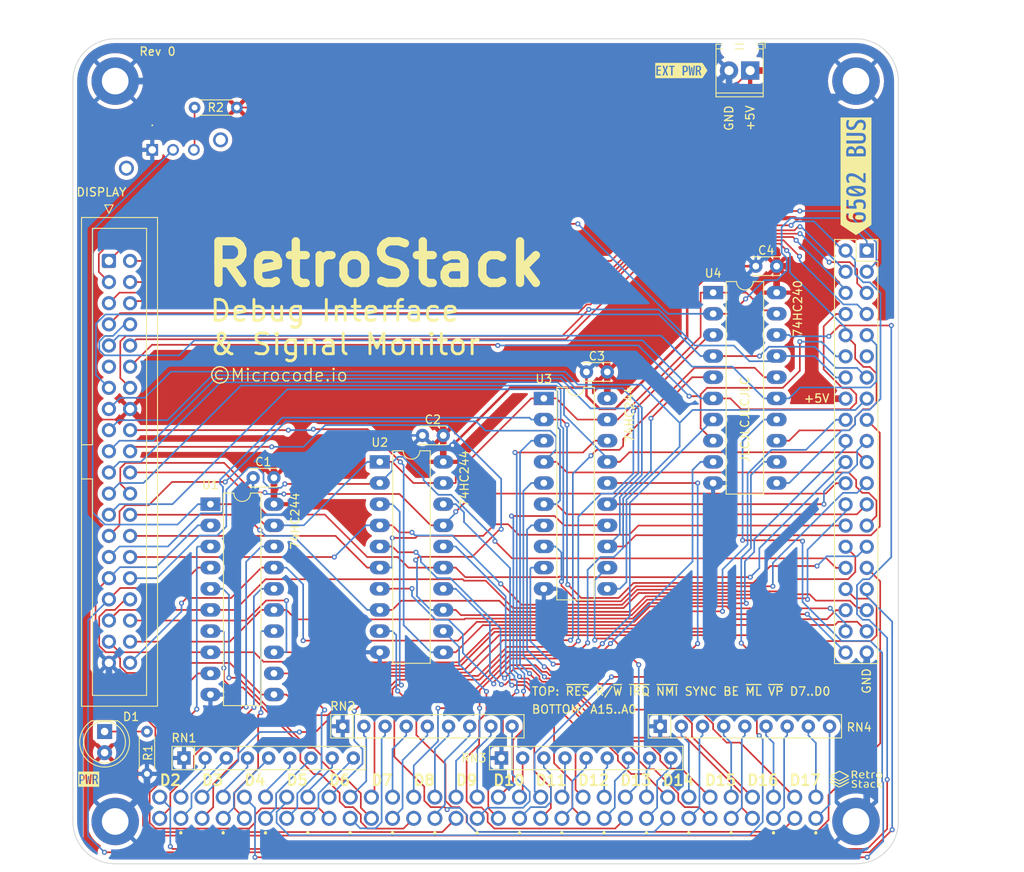
<source format=kicad_pcb>
(kicad_pcb (version 20211014) (generator pcbnew)
  (title_block (title "Retro Stack - PCB Template") (date "2023-04-01") (rev "0") (company "Microcode.io"))
  (layers (0 "F.Cu" signal) (31 "B.Cu" mixed) (34 "B.Paste" user) (35 "F.Paste" user) (36 "B.SilkS" user "B.Silkscreen") (37 "F.SilkS" user "F.Silkscreen") (38 "B.Mask" user) (39 "F.Mask" user) (44 "Edge.Cuts" user))
  (net 0 "")
  (net 1 "GND")
  (net 2 "/~{RES}")
  (net 3 "/VPB")
  (net 4 "/PHI2O")
  (net 5 "/RDY")
  (net 6 "/~{SO}")
  (net 7 "/PHI1O")
  (net 8 "/PHI2")
  (net 9 "/~{IRQ}")
  (net 10 "/BE")
  (net 11 "/~{ML}")
  (net 12 "/NC")
  (net 13 "/~{NMI}")
  (net 14 "/R{slash}~{W}")
  (net 15 "/SYNC")
  (net 16 "/D0")
  (net 17 "/D1")
  (net 18 "/A0")
  (net 19 "/D2")
  (net 20 "/A1")
  (net 21 "/D3")
  (net 22 "/A2")
  (net 23 "/D4")
  (net 24 "/A3")
  (net 25 "/D5")
  (net 26 "/A4")
  (net 27 "/D6")
  (net 28 "/A5")
  (net 29 "/D7")
  (net 30 "/A6")
  (net 31 "/A15")
  (net 32 "/A7")
  (net 33 "/A14")
  (net 34 "/A8")
  (net 35 "/A13")
  (net 36 "/A9")
  (net 37 "/A12")
  (net 38 "/A10")
  (net 39 "/A11")
  (net 40 "Net-(D1-Pad1)")
  (net 41 "+5V")
  (net 42 "Net-(D2-Pad1)")
  (net 43 "/LA15")
  (net 44 "Net-(D2-Pad3)")
  (net 45 "/L_RES")
  (net 46 "Net-(D3-Pad1)")
  (net 47 "/LA14")
  (net 48 "Net-(D3-Pad3)")
  (net 49 "/L_RW")
  (net 50 "Net-(D4-Pad1)")
  (net 51 "/LA13")
  (net 52 "Net-(D4-Pad3)")
  (net 53 "/L_IRQ")
  (net 54 "Net-(D5-Pad1)")
  (net 55 "/LA12")
  (net 56 "Net-(D5-Pad3)")
  (net 57 "/L_NMI")
  (net 58 "Net-(D6-Pad1)")
  (net 59 "/LA11")
  (net 60 "Net-(D6-Pad3)")
  (net 61 "/L_SYNC")
  (net 62 "Net-(D7-Pad1)")
  (net 63 "/LA10")
  (net 64 "Net-(D7-Pad3)")
  (net 65 "/L_BE")
  (net 66 "Net-(D8-Pad1)")
  (net 67 "/LA9")
  (net 68 "Net-(D8-Pad3)")
  (net 69 "/L_ML")
  (net 70 "Net-(D9-Pad1)")
  (net 71 "/LA8")
  (net 72 "Net-(D9-Pad3)")
  (net 73 "/L_VPB")
  (net 74 "Net-(D10-Pad1)")
  (net 75 "/LA7")
  (net 76 "Net-(D10-Pad3)")
  (net 77 "/LD7")
  (net 78 "Net-(D11-Pad1)")
  (net 79 "/LA6")
  (net 80 "Net-(D11-Pad3)")
  (net 81 "/LD6")
  (net 82 "Net-(D12-Pad1)")
  (net 83 "/LA5")
  (net 84 "Net-(D12-Pad3)")
  (net 85 "/LD5")
  (net 86 "Net-(D13-Pad1)")
  (net 87 "/LA4")
  (net 88 "Net-(D13-Pad3)")
  (net 89 "/LD4")
  (net 90 "Net-(D14-Pad1)")
  (net 91 "/LA3")
  (net 92 "Net-(D14-Pad3)")
  (net 93 "/LD3")
  (net 94 "Net-(D15-Pad1)")
  (net 95 "/LA2")
  (net 96 "Net-(D15-Pad3)")
  (net 97 "/LD2")
  (net 98 "Net-(D16-Pad1)")
  (net 99 "/LA1")
  (net 100 "Net-(D16-Pad3)")
  (net 101 "/LD1")
  (net 102 "Net-(D17-Pad1)")
  (net 103 "/LA0")
  (net 104 "Net-(D17-Pad3)")
  (net 105 "/LD0")
  (net 106 "Net-(R2-Pad2)")
  (net 107 "/ENABLE")
  (footprint "RetroStack:LC1258EENP1RLGR" (layer "F.Cu") (at 111.125 51.435 180)
    (fp_text reference "SW1" hide)
    (fp_text value "SW_ENABLE" hide)
  )
  (footprint "Package_DIP:DIP-20_W7.62mm_LongPads" (layer "F.Cu") (at 158.115 81.28)
    (fp_text reference "U3")
    (fp_text value "74HC244")
  )
  (footprint "Package_DIP:DIP-20_W7.62mm_LongPads" (layer "F.Cu") (at 118.11 93.98)
    (fp_text reference "U1")
    (fp_text value "74HC244")
  )
  (footprint "RetroStack:5530121F" (layer "F.Cu") (at 184.785 132.08 90)
    (fp_text reference "D16")
    (fp_text value "553-0121F" hide)
  )
  (footprint "MountingHole:MountingHole_3.2mm_M3_ISO7380_Pad" (layer "F.Cu") (at 106.68 132.08)
    (fp_text reference "H4" hide)
    (fp_text value "M3" hide)
  )
  (footprint "Resistor_THT:R_Axial_DIN0204_L3.6mm_D1.6mm_P5.08mm_Horizontal" (layer "F.Cu") (at 110.49 121.285 -90)
    (fp_text reference "R1")
    (fp_text value "1k")
  )
  (footprint "MountingHole:MountingHole_3.2mm_M3_ISO7380_Pad" (layer "F.Cu") (at 106.68 43.18)
    (fp_text reference "H1" hide)
    (fp_text value "M3" hide)
  )
  (footprint "RetroStack:RetroStackFullLogo13x10mm" (layer "F.Cu") (at 195.58 127)
    (fp_text reference "G***" hide)
    (fp_text value "LOGO" hide)
  )
  (footprint "RetroStack:5530121F" (layer "F.Cu") (at 154.305 132.08 90)
    (fp_text reference "D10")
    (fp_text value "553-0121F" hide)
  )
  (footprint "kibuzzard-642C36EF" (layer "F.Cu") (at 174.625 41.91)
    (fp_text reference "kibuzzard-642C36EF" hide)
    (fp_text value "G***" hide)
  )
  (footprint "RetroStack:5530121F" (layer "F.Cu") (at 123.825 132.08 90)
    (fp_text reference "D4")
    (fp_text value "553-0121F" hide)
  )
  (footprint "kibuzzard-642C367F" (layer "F.Cu") (at 103.505 127)
    (fp_text reference "kibuzzard-642C367F" hide)
    (fp_text value "G***" hide)
  )
  (footprint "RetroStack:5530121F" (layer "F.Cu") (at 144.145 132.08 90)
    (fp_text reference "D8")
    (fp_text value "553-0121F" hide)
  )
  (footprint "kibuzzard-642888DE" (layer "F.Cu") (at 195.58 54.61 90)
    (fp_text reference "kibuzzard-642888DE" hide)
    (fp_text value "G***" hide)
  )
  (footprint "RetroStack:5530121F" (layer "F.Cu") (at 169.545 132.08 90)
    (fp_text reference "D13")
    (fp_text value "553-0121F" hide)
  )
  (footprint "RetroStack:5530121F" (layer "F.Cu") (at 118.745 132.08 90)
    (fp_text reference "D3")
    (fp_text value "553-0121F" hide)
  )
  (footprint "MountingHole:MountingHole_3.2mm_M3_ISO7380_Pad" (layer "F.Cu") (at 195.58 43.18)
    (fp_text reference "H2" hide)
    (fp_text value "M3" hide)
  )
  (footprint "Capacitor_THT:C_Disc_D3.0mm_W2.0mm_P2.50mm" (layer "F.Cu") (at 165.735 78.105 180)
    (fp_text reference "C3")
    (fp_text value "0u1")
  )
  (footprint "RetroStack:5530121F" (layer "F.Cu") (at 159.385 132.08 90)
    (fp_text reference "D11")
    (fp_text value "553-0121F" hide)
  )
  (footprint "RetroStack:5530121F" (layer "F.Cu") (at 133.985 132.08 90)
    (fp_text reference "D6")
    (fp_text value "553-0121F" hide)
  )
  (footprint "RetroStack:5530121F" (layer "F.Cu") (at 139.065 132.08 90)
    (fp_text reference "D7")
    (fp_text value "553-0121F" hide)
  )
  (footprint "TerminalBlock_Phoenix:TerminalBlock_Phoenix_MPT-0,5-2-2.54_1x02_P2.54mm_Horizontal" (layer "F.Cu") (at 182.88 41.91 180)
    (fp_text reference "J2" hide)
    (fp_text value "TRM_PWR")
  )
  (footprint "Connector_PinSocket_2.54mm:PinSocket_2x20_P2.54mm_Vertical" (layer "F.Cu") (at 196.87 63.53)
    (fp_text reference "J1" hide)
    (fp_text value "BUS_6502")
  )
  (footprint "Resistor_THT:R_Axial_DIN0204_L3.6mm_D1.6mm_P5.08mm_Horizontal" (layer "F.Cu") (at 121.285 46.355 180)
    (fp_text reference "R2")
    (fp_text value "1k")
  )
  (footprint "Package_DIP:DIP-20_W7.62mm_LongPads" (layer "F.Cu") (at 138.43 88.9)
    (fp_text reference "U2")
    (fp_text value "74HC244")
  )
  (footprint "RetroStack:5530121F" (layer "F.Cu") (at 189.865 132.08 90)
    (fp_text reference "D17")
    (fp_text value "553-0121F" hide)
  )
  (footprint "RetroStack:5530121F" (layer "F.Cu") (at 164.465 132.08 90)
    (fp_text reference "D12")
    (fp_text value "553-0121F" hide)
  )
  (footprint "Resistor_THT:R_Array_SIP9" (layer "F.Cu") (at 133.985 120.65)
    (fp_text reference "RN2")
    (fp_text value "1k")
  )
  (footprint "RetroStack:5530121F" (layer "F.Cu") (at 179.705 132.08 90)
    (fp_text reference "D15")
    (fp_text value "553-0121F" hide)
  )
  (footprint "LED_THT:LED_D5.0mm" (layer "F.Cu") (at 105.41 121.28 -90)
    (fp_text reference "D1")
    (fp_text value "LED_PWR")
  )
  (footprint "Capacitor_THT:C_Disc_D3.0mm_W2.0mm_P2.50mm" (layer "F.Cu") (at 186.055 65.405 180)
    (fp_text reference "C4")
    (fp_text value "0u1")
  )
  (footprint "Resistor_THT:R_Array_SIP9" (layer "F.Cu") (at 172.085 120.65)
    (fp_text reference "RN4")
    (fp_text value "1k")
  )
  (footprint "Package_DIP:DIP-20_W7.62mm_LongPads" (layer "F.Cu") (at 178.435 68.58)
    (fp_text reference "U4")
    (fp_text value "74HC240")
  )
  (footprint "Capacitor_THT:C_Disc_D3.0mm_W2.0mm_P2.50mm" (layer "F.Cu") (at 146.05 85.725 180)
    (fp_text reference "C2")
    (fp_text value "0u1")
  )
  (footprint "RetroStack:5530121F" (layer "F.Cu") (at 128.905 132.08 90)
    (fp_text reference "D5")
    (fp_text value "553-0121F" hide)
  )
  (footprint "MountingHole:MountingHole_3.2mm_M3_ISO7380_Pad" (layer "F.Cu") (at 195.58 132.08)
    (fp_text reference "H3" hide)
    (fp_text value "M3" hide)
  )
  (footprint "Resistor_THT:R_Array_SIP9" (layer "F.Cu") (at 114.935 124.46)
    (fp_text reference "RN1")
    (fp_text value "1k")
  )
  (footprint "Connector_IDC:IDC-Header_2x20_P2.54mm_Vertical" (layer "F.Cu") (at 105.9275 64.77)
    (fp_text reference "J3" hide)
    (fp_text value "BUS_6502")
  )
  (footprint "RetroStack:5530121F" (layer "F.Cu") (at 113.665 132.08 90)
    (fp_text reference "D2")
    (fp_text value "553-0121F" hide)
  )
  (footprint "RetroStack:5530121F" (layer "F.Cu") (at 149.225 132.08 90)
    (fp_text reference "D9")
    (fp_text value "553-0121F" hide)
  )
  (footprint "Capacitor_THT:C_Disc_D3.0mm_W2.0mm_P2.50mm" (layer "F.Cu") (at 125.73 90.805 180)
    (fp_text reference "C1")
    (fp_text value "0u1")
  )
  (footprint "Resistor_THT:R_Array_SIP9" (layer "F.Cu") (at 153.035 124.46)
    (fp_text reference "RN3")
    (fp_text value "1k")
  )
  (footprint "RetroStack:5530121F" (layer "F.Cu") (at 174.625 132.08 90)
    (fp_text reference "D14")
    (fp_text value "553-0121F" hide)
  )
  (gr_arc (start 101.6 43.18) (mid 103.087898 39.587898) (end 106.68 38.1) (layer "Edge.Cuts") (width 0.1))
  (gr_line (start 195.58 38.1) (end 106.68 38.1) (layer "Edge.Cuts") (width 0.1))
  (gr_arc (start 106.68 137.16) (mid 103.087898 135.672102) (end 101.6 132.08) (layer "Edge.Cuts") (width 0.1))
  (gr_line (start 106.68 137.16) (end 195.58 137.16) (layer "Edge.Cuts") (width 0.1))
  (gr_arc (start 200.66 132.08) (mid 199.172102 135.672102) (end 195.58 137.16) (layer "Edge.Cuts") (width 0.1))
  (gr_line (start 101.6 43.18) (end 101.6 132.08) (layer "Edge.Cuts") (width 0.1))
  (gr_arc (start 195.58 38.1) (mid 199.172102 39.587898) (end 200.66 43.18) (layer "Edge.Cuts") (width 0.1))
  (gr_line (start 200.66 132.08) (end 200.66 43.18) (layer "Edge.Cuts") (width 0.1))
  (gr_text "GND" (at 196.85 116.84 90) (layer "F.SilkS") (effects (font (size 1 1) (thickness 0.153)) (justify left)))
  (gr_text "JLCJLCJLCJLC" (at 182.245 83.82 90) (layer "F.SilkS") (effects (font (size 1 1) (thickness 0.153))))
  (gr_text "RetroStack" (at 117.221 65.151) (layer "F.SilkS") (effects (font (size 5 5) (thickness 1)) (justify left)))
  (gr_text "©Microcode.io" (at 117.856 78.486) (layer "F.SilkS") (effects (font (size 1.5 1.5) (thickness 0.153)) (justify left)))
  (gr_text "Rev 0" (at 111.76 39.624) (layer "F.SilkS") (effects (font (size 1 1) (thickness 0.153))))
  (gr_text "GND" (at 180.34 47.625 90) (layer "F.SilkS") (effects (font (size 1 1) (thickness 0.153))))
  (gr_text "+5V" (at 189.23 81.28) (layer "F.SilkS") (effects (font (size 1 1) (thickness 0.153)) (justify left)))
  (gr_text "Debug Interface\n& Signal Monitor" (at 117.856 72.771) (layer "F.SilkS") (effects (font (size 2.5 2.5) (thickness 0.35)) (justify left)))
  (gr_text "+5V" (at 182.88 47.625 90) (layer "F.SilkS") (effects (font (size 1 1) (thickness 0.153))))
  (gr_text "TOP: ~{RES} R/~{W} ~{IRQ} ~{NMI} SYNC BE ~{ML} ~{VP} D7..D0\n" (at 156.591 116.459) (layer "F.SilkS") (effects (font (size 1 1) (thickness 0.153)) (justify left)))
  (gr_text "DISPLAY" (at 105.029 56.515) (layer "F.SilkS") (effects (font (size 1 1) (thickness 0.153))))
  (gr_text "BOTTOM: A15..A0" (at 156.591 118.618) (layer "F.SilkS") (effects (font (size 1 1) (thickness 0.153)) (justify left)))
  (segment (start 163.235 80.966) (end 163.235 79.9825) (width 0.3) (layer "F.Cu") (net 1))
  (segment (start 166.6957 82.5301) (end 164.7991 82.5301) (width 0.3) (layer "F.Cu") (net 1))
  (segment (start 175.3206 69.0039) (end 175.3206 73.9052) (width 0.3) (layer "F.Cu") (net 1))
  (segment (start 164.7991 82.5301) (end 163.235 80.966) (width 0.3) (layer "F.Cu") (net 1))
  (segment (start 178.9195 65.405) (end 175.3206 69.0039) (width 0.3) (layer "F.Cu") (net 1))
  (segment (start 183.555 65.405) (end 178.9195 65.405) (width 0.3) (layer "F.Cu") (net 1))
  (segment (start 154.101 79.9825) (end 147.1611 86.9224) (width 0.3) (layer "F.Cu") (net 1))
  (segment (start 163.235 79.9825) (end 154.101 79.9825) (width 0.3) (layer "F.Cu") (net 1))
  (segment (start 175.3206 73.9052) (end 166.6957 82.5301) (width 0.3) (layer "F.Cu") (net 1))
  (segment (start 163.235 79.9825) (end 163.235 78.105) (width 0.3) (layer "F.Cu") (net 1))
  (via (at 147.1611 86.9224) (size 0.8) (drill 0.4) (layers "F.Cu" "B.Cu") (net 1))
  (segment (start 111.125 43.18) (end 179.07 43.18) (width 0.8) (layer "B.Cu") (net 1))
  (segment (start 189.865 114.935) (end 194.945 114.935) (width 0.8) (layer "B.Cu") (net 1))
  (segment (start 193.675 45.085) (end 195.58 43.18) (width 0.8) (layer "B.Cu") (net 1))
  (segment (start 116.205 120.015) (end 118.11 120.015) (width 0.8) (layer "B.Cu") (net 1))
  (segment (start 105.928 114.241) (end 105.9275 114.2405) (width 0.3) (layer "B.Cu") (net 1))
  (segment (start 183.555 45.2825) (end 183.555 65.405) (width 0.3) (layer "B.Cu") (net 1))
  (segment (start 161.925 112.395) (end 162.56 111.76) (width 0.8) (layer "B.Cu") (net 1))
  (segment (start 147.0661 87.0174) (end 147.1611 86.9224) (width 0.3) (layer "B.Cu") (net 1))
  (segment (start 196.87 113.01) (end 196.87 130.79) (width 0.8) (layer "B.Cu") (net 1))
  (segment (start 158.115 104.14) (end 158.115 108.585) (width 0.3) (layer "B.Cu") (net 1))
  (segment (start 133.985 117.475) (end 139.065 117.475) (width 0.8) (layer "B.Cu") (net 1))
  (segment (start 183.3575 45.085) (end 193.675 45.085) (width 0.8) (layer "B.Cu") (net 1))
  (segment (start 180.34 41.91) (end 180.34 43.815) (width 0.8) (layer "B.Cu") (net 1))
  (segment (start 121.6377 119.7327) (end 121.92 120.015) (width 0.3) (layer "B.Cu") (net 1))
  (segment (start 138.43 116.84) (end 139.065 117.475) (width 0.3) (layer "B.Cu") (net 1))
  (segment (start 121.6377 96.8623) (end 121.6377 119.7327) (width 0.3) (layer "B.Cu") (net 1))
  (segment (start 131.445 117.475) (end 133.985 117.475) (width 0.8) (layer "B.Cu") (net 1))
  (segment (start 123.23 95.23) (end 123.25 95.25) (width 0.3) (layer "B.Cu") (net 1))
  (segment (start 178.435 111.76) (end 186.69 111.76) (width 0.8) (layer "B.Cu") (net 1))
  (segment (start 126.6484 95.25) (end 136.1734 85.725) (width 0.3) (layer "B.Cu") (net 1))
  (segment (start 114.935 119.38) (end 115.252 119.062) (width 0.3) (layer "B.Cu") (net 1))
  (segment (start 138.43 111.76) (end 138.43 116.84) (width 0.3) (layer "B.Cu") (net 1))
  (segment (start 183.3575 45.085) (end 183.555 45.2825) (width 0.3) (layer "B.Cu") (net 1))
  (segment (start 110.49 126.365) (end 110.49 123.825) (width 0.3) (layer "B.Cu") (net 1))
  (segment (start 107.315 116.84) (end 113.03 116.84) (width 0.8) (layer "B.Cu") (net 1))
  (segment (start 113.03 116.84) (end 115.252 119.062) (width 0.8) (layer "B.Cu") (net 1))
  (segment (start 105.9275 114.2405) (end 105.9275 113.03) (width 0.3) (layer "B.Cu") (net 1))
  (segment (start 110.49 123.825) (end 115.252 119.062) (width 0.3) (layer "B.Cu") (net 1))
  (segment (start 172.085 120.65) (end 172.085 111.76) (width 0.3) (layer "B.Cu") (net 1))
  (segment (start 180.34 43.815) (end 181.61 45.085) (width 0.8) (layer "B.Cu") (net 1))
  (segment (start 136.1734 85.725) (end 143.55 85.725) (width 0.3) (layer "B.Cu") (net 1))
  (segment (start 110.49 128.27) (end 106.68 132.08) (width 0.8) (layer "B.Cu") (net 1))
  (segment (start 143.55 85.725) (end 144.8424 87.0174) (width 0.3) (layer "B.Cu") (net 1))
  (segment (start 139.065 117.475) (end 153.035 117.475) (width 0.8) (layer "B.Cu") (net 1))
  (segment (start 105.928 114.241) (end 105.928 115.452) (width 0.8) (layer "B.Cu") (net 1))
  (segment (start 178.435 91.44) (end 178.435 111.76) (width 0.3) (layer "B.Cu") (net 1))
  (segment (start 114.935 124.46) (end 114.935 119.38) (width 0.3) (layer "B.Cu") (net 1))
  (segment (start 181.61 45.085) (end 183.3575 45.085) (width 0.8) (layer "B.Cu") (net 1))
  (segment (start 153.035 117.475) (end 156.845 117.475) (width 0.8) (layer "B.Cu") (net 1))
  (segment (start 121.92 120.015) (end 128.905 120.015) (width 0.8) (layer "B.Cu") (net 1))
  (segment (start 172.085 111.76) (end 178.435 111.76) (width 0.8) (layer "B.Cu") (net 1))
  (segment (start 106.68 43.18) (end 111.125 43.18) (width 0.8) (layer "B.Cu") (net 1))
  (segment (start 156.845 117.475) (end 161.925 112.395) (width 0.8) (layer "B.Cu") (net 1))
  (segment (start 110.49 126.365) (end 110.49 128.27) (width 0.8) (layer "B.Cu") (net 1))
  (segment (start 133.985 120.65) (end 133.985 117.475) (width 0.3) (layer "B.Cu") (net 1))
  (segment (start 196.87 113.01) (end 196.87 111.79) (width 0.8) (layer "B.Cu") (net 1))
  (segment (start 186.69 111.76) (end 189.865 114.935) (width 0.8) (layer "B.Cu") (net 1))
  (segment (start 144.8424 87.0174) (end 147.0661 87.0174) (width 0.3) (layer "B.Cu") (net 1))
  (segment (start 105.928 113.03) (end 105.928 114.241) (width 0.8) (layer "B.Cu") (net 1))
  (segment (start 123.25 95.25) (end 121.6377 96.8623) (width 0.3) (layer "B.Cu") (net 1))
  (segment (start 111.125 51.435) (end 111.125 43.18) (width 0.3) (layer "B.Cu") (net 1))
  (segment (start 123.23 90.805) (end 123.23 95.23) (width 0.3) (layer "B.Cu") (net 1))
  (segment (start 118.11 120.015) (end 121.92 120.015) (width 0.8) (layer "B.Cu") (net 1))
  (segment (start 162.56 111.76) (end 172.085 111.76) (width 0.8) (layer "B.Cu") (net 1))
  (segment (start 153.035 124.46) (end 153.035 117.475) (width 0.3) (layer "B.Cu") (net 1))
  (segment (start 123.25 95.25) (end 126.6484 95.25) (width 0.3) (layer "B.Cu") (net 1))
  (segment (start 194.945 114.935) (end 196.87 113.01) (width 0.8) (layer "B.Cu") (net 1))
  (segment (start 128.905 120.015) (end 131.445 117.475) (width 0.8) (layer "B.Cu") (net 1))
  (segment (start 158.115 108.585) (end 161.925 112.395) (width 0.3) (layer "B.Cu") (net 1))
  (segment (start 179.07 43.18) (end 180.34 41.91) (width 0.8) (layer "B.Cu") (net 1))
  (segment (start 115.252 119.062) (end 116.205 120.015) (width 0.8) (layer "B.Cu") (net 1))
  (segment (start 105.928 115.452) (end 107.315 116.84) (width 0.8) (layer "B.Cu") (net 1))
  (segment (start 118.11 116.84) (end 118.11 120.015) (width 0.3) (layer "B.Cu") (net 1))
  (segment (start 110.3776 60.3199) (end 105.9275 64.77) (width 0.2) (layer "F.Cu") (net 2))
  (segment (start 180.5492 71.12) (end 178.435 71.12) (width 0.2) (layer "F.Cu") (net 2))
  (segment (start 162.2019 60.3199) (end 110.3776 60.3199) (width 0.2) (layer "F.Cu") (net 2))
  (segment (start 182.3361 69.3331) (end 180.5492 71.12) (width 0.2) (layer "F.Cu") (net 2))
  (via (at 182.3361 69.3331) (size 0.6) (drill 0.3) (layers "F.Cu" "B.Cu") (net 2))
  (via (at 162.2019 60.3199) (size 0.6) (drill 0.3) (layers "F.Cu" "B.Cu") (net 2))
  (segment (start 194.1213 59.6283) (end 187.7526 59.6283) (width 0.2) (layer "B.Cu") (net 2))
  (segment (start 196.87 63.53) (end 196.87 62.377) (width 0.2) (layer "B.Cu") (net 2))
  (segment (start 184.5871 67.0821) (end 182.3361 69.3331) (width 0.2) (layer "B.Cu") (net 2))
  (segment (start 186.0985 67.0821) (end 184.5871 67.0821) (width 0.2) (layer "B.Cu") (net 2))
  (segment (start 187.2586 64.4051) (end 187.2586 65.922) (width 0.2) (layer "B.Cu") (net 2))
  (segment (start 178.435 71.12) (end 173.002 71.12) (width 0.2) (layer "B.Cu") (net 2))
  (segment (start 187.7526 59.6283) (end 186.655 60.7259) (width 0.2) (layer "B.Cu") (net 2))
  (segment (start 173.002 71.12) (end 162.2019 60.3199) (width 0.2) (layer "B.Cu") (net 2))
  (segment (start 186.655 60.7259) (end 186.655 63.8015) (width 0.2) (layer "B.Cu") (net 2))
  (segment (start 187.2586 65.922) (end 186.0985 67.0821) (width 0.2) (layer "B.Cu") (net 2))
  (segment (start 186.655 63.8015) (end 187.2586 64.4051) (width 0.2) (layer "B.Cu") (net 2))
  (segment (start 196.87 62.377) (end 194.1213 59.6283) (width 0.2) (layer "B.Cu") (net 2))
  (segment (start 166.1843 64.77) (end 170.4564 60.4979) (width 0.2) (layer "F.Cu") (net 3))
  (segment (start 170.4564 60.4979) (end 187.7911 60.4979) (width 0.2) (layer "F.Cu") (net 3))
  (segment (start 108.4675 64.77) (end 166.1843 64.77) (width 0.2) (layer "F.Cu") (net 3))
  (via (at 187.7911 60.4979) (size 0.6) (drill 0.3) (layers "F.Cu" "B.Cu") (net 3))
  (segment (start 190.541 60.0285) (end 194.33 63.8175) (width 0.2) (layer "B.Cu") (net 3))
  (segment (start 196.4516 67.34) (end 195.4801 66.3685) (width 0.2) (layer "B.Cu") (net 3))
  (segment (start 195.4802 84.3882) (end 195.4802 83.5331) (width 0.2) (layer "B.Cu") (net 3))
  (segment (start 187.7911 60.4979) (end 188.2605 60.0285) (width 0.2) (layer "B.Cu") (net 3))
  (segment (start 195.4801 64.6801) (end 194.33 63.53) (width 0.2) (layer "B.Cu") (net 3))
  (segment (start 196.3628 82.6505) (end 197.2018 82.6505) (width 0.2) (layer "B.Cu") (net 3))
  (segment (start 198.5196 68.6236) (end 197.236 67.34) (width 0.2) (layer "B.Cu") (net 3))
  (segment (start 195.4802 83.5331) (end 196.3628 82.6505) (width 0.2) (layer "B.Cu") (net 3))
  (segment (start 197.236 67.34) (end 196.4516 67.34) (width 0.2) (layer "B.Cu") (net 3))
  (segment (start 187.5551 91.44) (end 193.8751 85.12) (width 0.2) (layer "B.Cu") (net 3))
  (segment (start 197.2018 82.6505) (end 198.5196 81.3327) (width 0.2) (layer "B.Cu") (net 3))
  (segment (start 194.7484 85.12) (end 195.4802 84.3882) (width 0.2) (layer "B.Cu") (net 3))
  (segment (start 186.055 91.44) (end 187.5551 91.44) (width 0.2) (layer "B.Cu") (net 3))
  (segment (start 198.5196 81.3327) (end 198.5196 68.6236) (width 0.2) (layer "B.Cu") (net 3))
  (segment (start 195.4801 66.3685) (end 195.4801 64.6801) (width 0.2) (layer "B.Cu") (net 3))
  (segment (start 193.8751 85.12) (end 194.7484 85.12) (width 0.2) (layer "B.Cu") (net 3))
  (segment (start 188.2605 60.0285) (end 190.541 60.0285) (width 0.2) (layer "B.Cu") (net 3))
  (segment (start 104.7123 66.0948) (end 104.7123 63.9575) (width 0.2) (layer "F.Cu") (net 4))
  (segment (start 109.89 58.7798) (end 188.84 58.7798) (width 0.2) (layer "F.Cu") (net 4))
  (segment (start 104.7123 63.9575) (end 109.89 58.7798) (width 0.2) (layer "F.Cu") (net 4))
  (segment (start 105.9275 67.31) (end 104.7123 66.0948) (width 0.2) (layer "F.Cu") (net 4))
  (via (at 188.84 58.7798) (size 0.6) (drill 0.3) (layers "F.Cu" "B.Cu") (net 4))
  (segment (start 198.0202 64.9198) (end 196.87 66.07) (width 0.2) (layer "B.Cu") (net 4))
  (segment (start 188.84 58.7798) (end 194.2614 58.7798) (width 0.2) (layer "B.Cu") (net 4))
  (segment (start 194.2614 58.7798) (end 198.0202 62.5386) (width 0.2) (layer "B.Cu") (net 4))
  (segment (start 198.0202 62.5386) (end 198.0202 64.9198) (width 0.2) (layer "B.Cu") (net 4))
  (segment (start 170.9203 61.0981) (end 188.1984 61.0981) (width 0.2) (layer "F.Cu") (net 5))
  (segment (start 188.6336 60.6629) (end 188.8613 60.6629) (width 0.2) (layer "F.Cu") (net 5))
  (segment (start 108.4675 67.31) (end 164.7084 67.31) (width 0.2) (layer "F.Cu") (net 5))
  (segment (start 188.1984 61.0981) (end 188.6336 60.6629) (width 0.2) (layer "F.Cu") (net 5))
  (segment (start 164.7084 67.31) (end 170.9203 61.0981) (width 0.2) (layer "F.Cu") (net 5))
  (via (at 188.8613 60.6629) (size 0.6) (drill 0.3) (layers "F.Cu" "B.Cu") (net 5))
  (segment (start 188.8613 60.6629) (end 188.9979 60.6629) (width 0.2) (layer "B.Cu") (net 5))
  (segment (start 188.9979 60.6629) (end 194.33 65.995) (width 0.2) (layer "B.Cu") (net 5))
  (segment (start 171.086 61.4982) (end 188.8626 61.4982) (width 0.2) (layer "F.Cu") (net 6))
  (segment (start 105.9275 69.85) (end 107.1975 68.58) (width 0.2) (layer "F.Cu") (net 6))
  (segment (start 192.3654 64.9198) (end 194.8353 64.9198) (width 0.2) (layer "F.Cu") (net 6))
  (segment (start 195.7199 67.4599) (end 196.87 68.61) (width 0.2) (layer "F.Cu") (net 6))
  (segment (start 107.1975 68.58) (end 164.0042 68.58) (width 0.2) (layer "F.Cu") (net 6))
  (segment (start 164.0042 68.58) (end 171.086 61.4982) (width 0.2) (layer "F.Cu") (net 6))
  (segment (start 195.7199 65.8044) (end 195.7199 67.4599) (width 0.2) (layer "F.Cu") (net 6))
  (segment (start 194.8353 64.9198) (end 195.7199 65.8044) (width 0.2) (layer "F.Cu") (net 6))
  (via (at 188.8626 61.4982) (size 0.6) (drill 0.3) (layers "F.Cu" "B.Cu") (net 6))
  (via (at 192.3654 64.9198) (size 0.6) (drill 0.3) (layers "F.Cu" "B.Cu") (net 6))
  (segment (start 192.3654 64.9198) (end 188.9438 61.4982) (width 0.2) (layer "B.Cu") (net 6))
  (segment (start 188.9438 61.4982) (end 188.8626 61.4982) (width 0.2) (layer "B.Cu") (net 6))
  (segment (start 187.9989 61.8983) (end 171.2517 61.8983) (width 0.2) (layer "F.Cu") (net 7))
  (segment (start 163.5529 69.5971) (end 108.7204 69.5971) (width 0.2) (layer "F.Cu") (net 7))
  (segment (start 188.399 62.2984) (end 187.9989 61.8983) (width 0.2) (layer "F.Cu") (net 7))
  (segment (start 171.2517 61.8983) (end 163.5529 69.5971) (width 0.2) (layer "F.Cu") (net 7))
  (via (at 188.399 62.2984) (size 0.6) (drill 0.3) (layers "F.Cu" "B.Cu") (net 7))
  (segment (start 194.33 68.2294) (end 188.399 62.2984) (width 0.2) (layer "B.Cu") (net 7))
  (segment (start 186.8835 62.2984) (end 171.4174 62.2984) (width 0.2) (layer "F.Cu") (net 8))
  (segment (start 163.2649 69.9972) (end 162.2215 71.0406) (width 0.2) (layer "F.Cu") (net 8))
  (segment (start 162.2215 71.0406) (end 107.2769 71.0406) (width 0.2) (layer "F.Cu") (net 8))
  (segment (start 163.7186 69.9972) (end 163.2649 69.9972) (width 0.2) (layer "F.Cu") (net 8))
  (segment (start 188.804 64.2189) (end 186.8835 62.2984) (width 0.2) (layer "F.Cu") (net 8))
  (segment (start 107.2769 71.0406) (end 105.9275 72.39) (width 0.2) (layer "F.Cu") (net 8))
  (segment (start 171.4174 62.2984) (end 163.7186 69.9972) (width 0.2) (layer "F.Cu") (net 8))
  (via (at 188.804 64.2189) (size 0.6) (drill 0.3) (layers "F.Cu" "B.Cu") (net 8))
  (segment (start 188.804 64.7202) (end 194.0837 69.9999) (width 0.2) (layer "B.Cu") (net 8))
  (segment (start 194.0837 69.9999) (end 195.7199 69.9999) (width 0.2) (layer "B.Cu") (net 8))
  (segment (start 188.804 64.2189) (end 188.804 64.7202) (width 0.2) (layer "B.Cu") (net 8))
  (segment (start 195.7199 69.9999) (end 196.87 71.15) (width 0.2) (layer "B.Cu") (net 8))
  (segment (start 191.6994 72.6305) (end 191.6994 77.7882) (width 0.2) (layer "F.Cu") (net 9))
  (segment (start 178.435 81.28) (end 180.5009 81.28) (width 0.2) (layer "F.Cu") (net 9))
  (segment (start 193.1799 71.15) (end 191.6994 72.6305) (width 0.2) (layer "F.Cu") (net 9))
  (segment (start 191.6994 77.7882) (end 193.9548 80.0436) (width 0.2) (layer "F.Cu") (net 9))
  (segment (start 194.8663 80.0436) (end 195.6132 80.7905) (width 0.2) (layer "F.Cu") (net 9))
  (segment (start 181.8018 82.5809) (end 180.5009 81.28) (width 0.2) (layer "F.Cu") (net 9))
  (segment (start 193.9548 80.0436) (end 194.8663 80.0436) (width 0.2) (layer "F.Cu") (net 9))
  (segment (start 194.8387 82.5809) (end 181.8018 82.5809) (width 0.2) (layer "F.Cu") (net 9))
  (segment (start 195.6132 80.7905) (end 195.6132 81.8064) (width 0.2) (layer "F.Cu") (net 9))
  (segment (start 195.6132 81.8064) (end 194.8387 82.5809) (width 0.2) (layer "F.Cu") (net 9))
  (segment (start 194.33 71.15) (end 193.1799 71.15) (width 0.2) (layer "F.Cu") (net 9))
  (segment (start 178.435 81.28) (end 176.9349 81.28) (width 0.2) (layer "B.Cu") (net 9))
  (segment (start 105.4369 73.7798) (end 106.4177 73.7798) (width 0.2) (layer "B.Cu") (net 9))
  (segment (start 169.9801 74.3252) (end 116.1525 74.3252) (width 0.2) (layer "B.Cu") (net 9))
  (segment (start 104.7702 75.4744) (end 104.7702 74.4465) (width 0.2) (layer "B.Cu") (net 9))
  (segment (start 176.9349 81.28) (end 169.9801 74.3252) (width 0.2) (layer "B.Cu") (net 9))
  (segment (start 106.4177 73.7798) (end 107.8075 72.39) (width 0.2) (layer "B.Cu") (net 9))
  (segment (start 116.1525 74.3252) (end 114.3644 76.1133) (width 0.2) (layer "B.Cu") (net 9))
  (segment (start 105.4091 76.1133) (end 104.7702 75.4744) (width 0.2) (layer "B.Cu") (net 9))
  (segment (start 114.3644 76.1133) (end 105.4091 76.1133) (width 0.2) (layer "B.Cu") (net 9))
  (segment (start 104.7702 74.4465) (end 105.4369 73.7798) (width 0.2) (layer "B.Cu") (net 9))
  (segment (start 186.055 81.28) (end 184.5549 81.28) (width 0.2) (layer "B.Cu") (net 10))
  (segment (start 180.7449 77.47) (end 175.9229 77.47) (width 0.2) (layer "B.Cu") (net 10))
  (segment (start 187.5551 81.28) (end 188.8658 79.9693) (width 0.2) (layer "B.Cu") (net 10))
  (segment (start 188.8658 79.9693) (end 197.3069 79.9693) (width 0.2) (layer "B.Cu") (net 10))
  (segment (start 107.1126 73.7449) (end 105.9275 74.93) (width 0.2) (layer "B.Cu") (net 10))
  (segment (start 198.0496 79.2266) (end 198.0496 74.8696) (width 0.2) (layer "B.Cu") (net 10))
  (segment (start 175.9229 77.47) (end 172.1978 73.7449) (width 0.2) (layer "B.Cu") (net 10))
  (segment (start 198.0496 74.8696) (end 196.87 73.69) (width 0.2) (layer "B.Cu") (net 10))
  (segment (start 172.1978 73.7449) (end 107.1126 73.7449) (width 0.2) (layer "B.Cu") (net 10))
  (segment (start 184.5549 81.28) (end 180.7449 77.47) (width 0.2) (layer "B.Cu") (net 10))
  (segment (start 186.055 81.28) (end 187.5551 81.28) (width 0.2) (layer "B.Cu") (net 10))
  (segment (start 197.3069 79.9693) (end 198.0496 79.2266) (width 0.2) (layer "B.Cu") (net 10))
  (segment (start 172.2607 62.6985) (end 186.4349 62.6985) (width 0.2) (layer "F.Cu") (net 11))
  (segment (start 187.5551 86.36) (end 188.7951 85.12) (width 0.2) (layer "F.Cu") (net 11))
  (segment (start 109.2175 74.18) (end 160.7792 74.18) (width 0.2) (layer "F.Cu") (net 11))
  (segment (start 108.4675 74.93) (end 109.2175 74.18) (width 0.2) (layer "F.Cu") (net 11))
  (segment (start 194.7484 85.12) (end 195.4802 84.3882) (width 0.2) (layer "F.Cu") (net 11))
  (segment (start 197.2495 82.5807) (end 198.0423 81.7879) (width 0.2) (layer "F.Cu") (net 11))
  (segment (start 160.7792 74.18) (end 172.2607 62.6985) (width 0.2) (layer "F.Cu") (net 11))
  (segment (start 195.4801 76.5042) (end 195.4801 74.8401) (width 0.2) (layer "F.Cu") (net 11))
  (segment (start 198.0423 81.7879) (end 198.0423 78.2942) (width 0.2) (layer "F.Cu") (net 11))
  (segment (start 198.0423 78.2942) (end 197.2481 77.5) (width 0.2) (layer "F.Cu") (net 11))
  (segment (start 195.4802 84.3882) (end 195.4802 83.5304) (width 0.2) (layer "F.Cu") (net 11))
  (segment (start 195.4801 74.8401) (end 194.33 73.69) (width 0.2) (layer "F.Cu") (net 11))
  (segment (start 186.055 86.36) (end 187.5551 86.36) (width 0.2) (layer "F.Cu") (net 11))
  (segment (start 186.4349 62.6985) (end 187.2586 63.5222) (width 0.2) (layer "F.Cu") (net 11))
  (segment (start 196.4299 82.5807) (end 197.2495 82.5807) (width 0.2) (layer "F.Cu") (net 11))
  (segment (start 195.4802 83.5304) (end 196.4299 82.5807) (width 0.2) (layer "F.Cu") (net 11))
  (segment (start 196.4759 77.5) (end 195.4801 76.5042) (width 0.2) (layer "F.Cu") (net 11))
  (segment (start 197.2481 77.5) (end 196.4759 77.5) (width 0.2) (layer "F.Cu") (net 11))
  (segment (start 188.7951 85.12) (end 194.7484 85.12) (width 0.2) (layer "F.Cu") (net 11))
  (via (at 187.2586 63.5222) (size 0.6) (drill 0.3) (layers "F.Cu" "B.Cu") (net 11))
  (segment (start 194.33 72.8274) (end 187.6587 66.1561) (width 0.2) (layer "B.Cu") (net 11))
  (segment (start 187.6587 63.9223) (end 187.2586 63.5222) (width 0.2) (layer "B.Cu") (net 11))
  (segment (start 187.6587 66.1561) (end 187.6587 63.9223) (width 0.2) (layer "B.Cu") (net 11))
  (segment (start 194.33 73.69) (end 194.33 72.8274) (width 0.2) (layer "B.Cu") (net 11))
  (segment (start 176.9349 80.7845) (end 176.9349 81.0159) (width 0.2) (layer "F.Cu") (net 13))
  (segment (start 188.8412 77.9636) (end 186.7948 80.01) (width 0.2) (layer "F.Cu") (net 13))
  (segment (start 111.0922 74.8453) (end 108.4675 77.47) (width 0.2) (layer "F.Cu") (net 13))
  (segment (start 188.8412 74.4626) (end 188.8412 77.9636) (width 0.2) (layer "F.Cu") (net 13))
  (segment (start 152.5113 74.8453) (end 111.0922 74.8453) (width 0.2) (layer "F.Cu") (net 13))
  (segment (start 186.7948 80.01) (end 177.7094 80.01) (width 0.2) (layer "F.Cu") (net 13))
  (segment (start 152.5913 74.9253) (end 152.5113 74.8453) (width 0.2) (layer "F.Cu") (net 13))
  (segment (start 176.9349 81.0159) (end 176.9349 84.8599) (width 0.2) (layer "F.Cu") (net 13))
  (segment (start 177.7094 80.01) (end 176.9349 80.7845) (width 0.2) (layer "F.Cu") (net 13))
  (segment (start 176.9349 84.8599) (end 178.435 86.36) (width 0.2) (layer "F.Cu") (net 13))
  (segment (start 176.9349 81.0159) (end 175.5564 81.0159) (width 0.2) (layer "F.Cu") (net 13))
  (via (at 175.5564 81.0159) (size 0.6) (drill 0.3) (layers "F.Cu" "B.Cu") (net 13))
  (via (at 188.8412 74.4626) (size 0.6) (drill 0.3) (layers "F.Cu" "B.Cu") (net 13))
  (via (at 152.5913 74.9253) (size 0.6) (drill 0.3) (layers "F.Cu" "B.Cu") (net 13))
  (segment (start 191.4125 74.4626) (end 188.8412 74.4626) (width 0.2) (layer "B.Cu") (net 13))
  (segment (start 194.33 76.23) (end 193.1799 76.23) (width 0.2) (layer "B.Cu") (net 13))
  (segment (start 193.1799 76.23) (end 191.4125 74.4626) (width 0.2) (layer "B.Cu") (net 13))
  (segment (start 175.5564 81.0159) (end 169.4658 74.9253) (width 0.2) (layer "B.Cu") (net 13))
  (segment (start 169.4658 74.9253) (end 152.5913 74.9253) (width 0.2) (layer "B.Cu") (net 13))
  (segment (start 178.435 76.2) (end 184.0006 76.2) (width 0.2) (layer "F.Cu") (net 14))
  (via (at 184.0006 76.2) (size 0.6) (drill 0.3) (layers "F.Cu" "B.Cu") (net 14))
  (segment (start 171.9323 71.1974) (end 176.9349 76.2) (width 0.2) (layer "B.Cu") (net 14))
  (segment (start 184.0006 76.2) (end 185.1194 75.0812) (width 0.2) (layer "B.Cu") (net 14))
  (segment (start 105.4918 71.1974) (end 171.9323 71.1974) (width 0.2) (layer "B.Cu") (net 14))
  (segment (start 104.3701 78.4526) (end 104.3701 72.3191) (width 0.2) (layer "B.Cu") (net 14))
  (segment (start 195.7199 77.6199) (end 196.87 78.77) (width 0.2) (layer "B.Cu") (net 14))
  (segment (start 104.3701 72.3191) (end 105.4918 71.1974) (width 0.2) (layer "B.Cu") (net 14))
  (segment (start 178.435 76.2) (end 176.9349 76.2) (width 0.2) (layer "B.Cu") (net 14))
  (segment (start 190.6235 75.0812) (end 193.1622 77.6199) (width 0.2) (layer "B.Cu") (net 14))
  (segment (start 105.9275 80.01) (end 104.3701 78.4526) (width 0.2) (layer "B.Cu") (net 14))
  (segment (start 193.1622 77.6199) (end 195.7199 77.6199) (width 0.2) (layer "B.Cu") (net 14))
  (segment (start 185.1194 75.0812) (end 190.6235 75.0812) (width 0.2) (layer "B.Cu") (net 14))
  (segment (start 107.2913 74.4366) (end 107.2913 78.8338) (width 0.2) (layer "F.Cu") (net 15))
  (segment (start 107.2913 78.8338) (end 108.4675 80.01) (width 0.2) (layer "F.Cu") (net 15))
  (segment (start 107.9481 73.7798) (end 107.2913 74.4366) (width 0.2) (layer "F.Cu") (net 15))
  (segment (start 160.3308 73.7798) (end 107.9481 73.7798) (width 0.2) (layer "F.Cu") (net 15))
  (segment (start 163.5133 70.5973) (end 160.3308 73.7798) (width 0.2) (layer "F.Cu") (net 15))
  (via (at 163.5133 70.5973) (size 0.6) (drill 0.3) (layers "F.Cu" "B.Cu") (net 15))
  (segment (start 193.1799 78.77) (end 190.6099 76.2) (width 0.2) (layer "B.Cu") (net 15))
  (segment (start 182.7947 76.8166) (end 180.9081 74.93) (width 0.2) (layer "B.Cu") (net 15))
  (segment (start 180.9081 74.93) (end 176.2461 74.93) (width 0.2) (layer "B.Cu") (net 15))
  (segment (start 190.6099 76.2) (end 186.4301 76.2) (width 0.2) (layer "B.Cu") (net 15))
  (segment (start 176.2461 74.93) (end 171.9134 70.5973) (width 0.2) (layer "B.Cu") (net 15))
  (segment (start 194.33 78.77) (end 193.1799 78.77) (width 0.2) (layer "B.Cu") (net 15))
  (segment (start 185.8135 76.8166) (end 182.7947 76.8166) (width 0.2) (layer "B.Cu") (net 15))
  (segment (start 171.9134 70.5973) (end 163.5133 70.5973) (width 0.2) (layer "B.Cu") (net 15))
  (segment (start 174.4178 87.0693) (end 174.4178 84.2138) (width 0.2) (layer "B.Cu") (net 16))
  (segment (start 174.4178 84.2138) (end 169.8307 79.6267) (width 0.2) (layer "B.Cu") (net 16))
  (segment (start 169.8307 79.6267) (end 162.2104 79.6267) (width 0.2) (layer "B.Cu") (net 16))
  (segment (start 110.2181 81.2093) (end 107.2682 81.2093) (width 0.2) (layer "B.Cu") (net 16))
  (segment (start 113.361 78.0664) (end 110.2181 81.2093) (width 0.2) (layer "B.Cu") (net 16))
  (segment (start 162.2104 79.6267) (end 160.6501 78.0664) (width 0.2) (layer "B.Cu") (net 16))
  (segment (start 165.735 104.14) (end 167.2351 104.14) (width 0.2) (layer "B.Cu") (net 16))
  (segment (start 195.5107 82.6693) (end 196.87 81.31) (width 0.2) (layer "B.Cu") (net 16))
  (segment (start 168.0353 103.3398) (end 168.0353 93.4518) (width 0.2) (layer "B.Cu") (net 16))
  (segment (start 107.2682 81.2093) (end 105.9275 82.55) (width 0.2) (layer "B.Cu") (net 16))
  (segment (start 160.6501 78.0664) (end 113.361 78.0664) (width 0.2) (layer "B.Cu") (net 16))
  (segment (start 175.9623 82.6693) (end 195.5107 82.6693) (width 0.2) (layer "B.Cu") (net 16))
  (segment (start 174.4178 84.2138) (end 175.9623 82.6693) (width 0.2) (layer "B.Cu") (net 16))
  (segment (start 167.2351 104.14) (end 168.0353 103.3398) (width 0.2) (layer "B.Cu") (net 16))
  (segment (start 168.0353 93.4518) (end 174.4178 87.0693) (width 0.2) (layer "B.Cu") (net 16))
  (segment (start 198.4363 96.6562) (end 198.4363 85.4163) (width 0.2) (layer "F.Cu") (net 17))
  (segment (start 197.3804 97.7121) (end 198.4363 96.6562) (width 0.2) (layer "F.Cu") (net 17))
  (segment (start 167.8008 99.06) (end 169.1487 97.7121) (width 0.2) (layer "F.Cu") (net 17))
  (segment (start 165.735 99.06) (end 167.8008 99.06) (width 0.2) (layer "F.Cu") (net 17))
  (segment (start 198.4363 85.4163) (end 196.87 83.85) (width 0.2) (layer "F.Cu") (net 17))
  (segment (start 169.1487 97.7121) (end 197.3804 97.7121) (width 0.2) (layer "F.Cu") (net 17))
  (segment (start 160.3495 78.4972) (end 118.3524 78.4972) (width 0.2) (layer "B.Cu") (net 17))
  (segment (start 167.2352 93.1203) (end 169.8807 90.4748) (width 0.2) (layer "B.Cu") (net 17))
  (segment (start 167.2352 97.5598) (end 167.2352 93.1203) (width 0.2) (layer "B.Cu") (net 17))
  (segment (start 165.735 99.06) (end 167.2352 97.5598) (width 0.2) (layer "B.Cu") (net 17))
  (segment (start 112.9589 83.8907) (end 107.1268 83.8907) (width 0.2) (layer "B.Cu") (net 17))
  (segment (start 107.1268 83.8907) (end 105.9275 85.09) (width 0.2) (layer "B.Cu") (net 17))
  (segment (start 169.8807 90.4748) (end 169.8807 82.3893) (width 0.2) (layer "B.Cu") (net 17))
  (segment (start 167.5567 80.0653) (end 161.9176 80.0653) (width 0.2) (layer "B.Cu") (net 17))
  (segment (start 169.8807 82.3893) (end 167.5567 80.0653) (width 0.2) (layer "B.Cu") (net 17))
  (segment (start 161.9176 80.0653) (end 160.3495 78.4972) (width 0.2) (layer "B.Cu") (net 17))
  (segment (start 118.3524 78.4972) (end 112.9589 83.8907) (width 0.2) (layer "B.Cu") (net 17))
  (segment (start 136.9624 84.9763) (end 130.4567 84.9763) (width 0.2) (layer "F.Cu") (net 18))
  (segment (start 150.7979 108.5122) (end 169.178 108.5122) (width 0.2) (layer "F.Cu") (net 18))
  (segment (start 170.841 106.8492) (end 179.5611 106.8492) (width 0.2) (layer "F.Cu") (net 18))
  (segment (start 146.05 111.76) (end 147.5501 111.76) (width 0.2) (layer "F.Cu") (net 18))
  (segment (start 147.5501 111.76) (end 150.7979 108.5122) (width 0.2) (layer "F.Cu") (net 18))
  (segment (start 108.4675 85.09) (end 127.4552 85.09) (width 0.2) (layer "F.Cu") (net 18))
  (segment (start 169.178 108.5122) (end 170.841 106.8492) (width 0.2) (layer "F.Cu") (net 18))
  (segment (start 140.8954 88.9093) (end 136.9624 84.9763) (width 0.2) (layer "F.Cu") (net 18))
  (via (at 130.4567 84.9763) (size 0.6) (drill 0.3) (layers "F.Cu" "B.Cu") (net 18))
  (via (at 179.5611 106.8492) (size 0.6) (drill 0.3) (layers "F.Cu" "B.Cu") (net 18))
  (via (at 127.4552 85.09) (size 0.6) (drill 0.3) (layers "F.Cu" "B.Cu") (net 18))
  (via (at 140.8954 88.9093) (size 0.6) (drill 0.3) (layers "F.Cu" "B.Cu") (net 18))
  (segment (start 141.2955 89.3094) (end 140.8954 88.9093) (width 0.2) (layer "B.Cu") (net 18))
  (segment (start 144.5499 111.76) (end 141.2955 108.5056) (width 0.2) (layer "B.Cu") (net 18))
  (segment (start 141.2955 108.5056) (end 141.2955 89.3094) (width 0.2) (layer "B.Cu") (net 18))
  (segment (start 194.33 83.85) (end 193.1799 83.85) (width 0.2) (layer "B.Cu") (net 18))
  (segment (start 182.5696 90.3194) (end 182.5696 98.8191) (width 0.2) (layer "B.Cu") (net 18))
  (segment (start 193.1799 83.85) (end 189.5697 87.4602) (width 0.2) (layer "B.Cu") (net 18))
  (segment (start 189.5697 87.4602) (end 185.4288 87.4602) (width 0.2) (layer "B.Cu") (net 18))
  (segment (start 146.05 111.76) (end 144.5499 111.76) (width 0.2) (layer "B.Cu") (net 18))
  (segment (start 130.343 85.09) (end 127.4552 85.09) (width 0.2) (layer "B.Cu") (net 18))
  (segment (start 182.5696 98.8191) (end 179.5611 101.8276) (width 0.2) (layer "B.Cu") (net 18))
  (segment (start 130.4567 84.9763) (end 130.343 85.09) (width 0.2) (layer "B.Cu") (net 18))
  (segment (start 185.4288 87.4602) (end 182.5696 90.3194) (width 0.2) (layer "B.Cu") (net 18))
  (segment (start 179.5611 101.8276) (end 179.5611 106.8492) (width 0.2) (layer "B.Cu") (net 18))
  (segment (start 191.7344 93.98) (end 165.735 93.98) (width 0.2) (layer "F.Cu") (net 19))
  (via (at 191.7344 93.98) (size 0.6) (drill 0.3) (layers "F.Cu" "B.Cu") (net 19))
  (segment (start 191.7344 92.4336) (end 191.7344 93.98) (width 0.2) (layer "B.Cu") (net 19))
  (segment (start 169.4719 90.2431) (end 169.4719 82.5517) (width 0.2) (layer "B.Cu") (net 19))
  (segment (start 107.1975 86.36) (end 105.9275 87.63) (width 0.2) (layer "B.Cu") (net 19))
  (segment (start 193.968 90.2) (end 191.7344 92.4336) (width 0.2) (layer "B.Cu") (net 19))
  (segment (start 163.7349 82.4827) (end 160.1596 78.9074) (width 0.2) (layer "B.Cu") (net 19))
  (segment (start 168.6157 82.1983) (end 168.3313 82.4827) (width 0.2) (layer "B.Cu") (net 19))
  (segment (start 165.735 93.98) (end 169.4719 90.2431) (width 0.2) (layer "B.Cu") (net 19))
  (segment (start 111.2556 86.36) (end 107.1975 86.36) (width 0.2) (layer "B.Cu") (net 19))
  (segment (start 169.4719 82.5517) (end 169.1185 82.1983) (width 0.2) (layer "B.Cu") (net 19))
  (segment (start 160.1596 78.9074) (end 118.7082 78.9074) (width 0.2) (layer "B.Cu") (net 19))
  (segment (start 196.87 86.39) (end 195.7199 87.5401) (width 0.2) (layer "B.Cu") (net 19))
  (segment (start 195.7199 89.2285) (end 194.7484 90.2) (width 0.2) (layer "B.Cu") (net 19))
  (segment (start 169.1185 82.1983) (end 168.6157 82.1983) (width 0.2) (layer "B.Cu") (net 19))
  (segment (start 118.7082 78.9074) (end 111.2556 86.36) (width 0.2) (layer "B.Cu") (net 19))
  (segment (start 195.7199 87.5401) (end 195.7199 89.2285) (width 0.2) (layer "B.Cu") (net 19))
  (segment (start 194.7484 90.2) (end 193.968 90.2) (width 0.2) (layer "B.Cu") (net 19))
  (segment (start 168.3313 82.4827) (end 163.7349 82.4827) (width 0.2) (layer "B.Cu") (net 19))
  (segment (start 181.0026 105.887) (end 180.5645 105.4489) (width 0.2) (layer "F.Cu") (net 20))
  (segment (start 170.5093 105.4489) (end 168.6553 107.3029) (width 0.2) (layer "F.Cu") (net 20))
  (segment (start 143.1276 100.3005) (end 149.5229 100.3005) (width 0.2) (layer "F.Cu") (net 20))
  (segment (start 180.5645 105.4489) (end 170.5093 105.4489) (width 0.2) (layer "F.Cu") (net 20))
  (segment (start 148.173 107.3029) (end 147.5501 106.68) (width 0.2) (layer "F.Cu") (net 20))
  (segment (start 149.5229 100.3005) (end 152.8349 96.9885) (width 0.2) (layer "F.Cu") (net 20))
  (segment (start 109.0033 87.0942) (end 125.462 87.0942) (width 0.2) (layer "F.Cu") (net 20))
  (segment (start 182.414 105.887) (end 181.0026 105.887) (width 0.2) (layer "F.Cu") (net 20))
  (segment (start 152.8349 96.9885) (end 153.0024 96.9885) (width 0.2) (layer "F.Cu") (net 20))
  (segment (start 142.7422 100.6859) (end 143.1276 100.3005) (width 0.2) (layer "F.Cu") (net 20))
  (segment (start 168.6553 107.3029) (end 148.173 107.3029) (width 0.2) (layer "F.Cu") (net 20))
  (segment (start 146.05 106.68) (end 147.5501 106.68) (width 0.2) (layer "F.Cu") (net 20))
  (segment (start 108.4675 87.63) (end 109.0033 87.0942) (width 0.2) (layer "F.Cu") (net 20))
  (via (at 125.462 87.0942) (size 0.6) (drill 0.3) (layers "F.Cu" "B.Cu") (net 20))
  (via (at 153.0024 96.9885) (size 0.6) (drill 0.3) (layers "F.Cu" "B.Cu") (net 20))
  (via (at 142.7422 100.6859) (size 0.6) (drill 0.3) (layers "F.Cu" "B.Cu") (net 20))
  (via (at 182.414 105.887) (size 0.6) (drill 0.3) (layers "F.Cu" "B.Cu") (net 20))
  (segment (start 129.2837 87.0942) (end 131.8888 84.4891) (width 0.2) (layer "B.Cu") (net 20))
  (segment (start 182.2441 105.7171) (end 182.414 105.887) (width 0.2) (layer "B.Cu") (net 20))
  (segment (start 182.2441 100.8418) (end 182.2441 105.7171) (width 0.2) (layer "B.Cu") (net 20))
  (segment (start 144.5499 106.68) (end 142.8959 105.026) (width 0.2) (layer "B.Cu") (net 20))
  (segment (start 146.5467 84.4891) (end 153.0024 90.9448) (width 0.2) (layer "B.Cu") (net 20))
  (segment (start 146.05 106.68) (end 144.5499 106.68) (width 0.2) (layer "B.Cu") (net 20))
  (segment (start 131.8888 84.4891) (end 146.5467 84.4891) (width 0.2) (layer "B.Cu") (net 20))
  (segment (start 142.8959 100.8396) (end 142.7422 100.6859) (width 0.2) (layer "B.Cu") (net 20))
  (segment (start 183.3699 98.189) (end 183.3699 99.716) (width 0.2) (layer "B.Cu") (net 20))
  (segment (start 153.0024 90.9448) (end 153.0024 96.9885) (width 0.2) (layer "B.Cu") (net 20))
  (segment (start 183.3699 99.716) (end 182.2441 100.8418) (width 0.2) (layer "B.Cu") (net 20))
  (segment (start 125.462 87.0942) (end 129.2837 87.0942) (width 0.2) (layer "B.Cu") (net 20))
  (segment (start 194.33 86.39) (end 194.33 87.2289) (width 0.2) (layer "B.Cu") (net 20))
  (segment (start 142.8959 105.026) (end 142.8959 100.8396) (width 0.2) (layer "B.Cu") (net 20))
  (segment (start 194.33 87.2289) (end 183.3699 98.189) (width 0.2) (layer "B.Cu") (net 20))
  (segment (start 195.6873 87.7473) (end 196.87 88.93) (width 0.2) (layer "F.Cu") (net 21))
  (segment (start 168.3878 87.7473) (end 195.6873 87.7473) (width 0.2) (layer "F.Cu") (net 21))
  (segment (start 165.735 88.9) (end 167.2351 88.9) (width 0.2) (layer "F.Cu") (net 21))
  (segment (start 167.2351 88.9) (end 168.3878 87.7473) (width 0.2) (layer "F.Cu") (net 21))
  (segment (start 159.7805 79.3412) (end 160.5383 80.099) (width 0.2) (layer "B.Cu") (net 21))
  (segment (start 107.1975 88.9) (end 109.7698 88.9) (width 0.2) (layer "B.Cu") (net 21))
  (segment (start 105.9275 90.17) (end 107.1975 88.9) (width 0.2) (layer "B.Cu") (net 21))
  (segment (start 109.7698 88.9) (end 119.3286 79.3412) (width 0.2) (layer "B.Cu") (net 21))
  (segment (start 160.5383 83.2578) (end 165.735 88.4545) (width 0.2) (layer "B.Cu") (net 21))
  (segment (start 160.5383 80.099) (end 160.5383 83.2578) (width 0.2) (layer "B.Cu") (net 21))
  (segment (start 119.3286 79.3412) (end 159.7805 79.3412) (width 0.2) (layer "B.Cu") (net 21))
  (segment (start 148.6966 102.7465) (end 147.5501 101.6) (width 0.2) (layer "F.Cu") (net 22))
  (segment (start 131.8265 95.2267) (end 136.9298 100.33) (width 0.2) (layer "F.Cu") (net 22))
  (segment (start 146.8001 101.6) (end 147.5501 101.6) (width 0.2) (layer "F.Cu") (net 22))
  (segment (start 159.9786 102.6711) (end 159.9032 102.7465) (width 0.2) (layer "F.Cu") (net 22))
  (segment (start 182.8925 102.7465) (end 160.5511 102.7465) (width 0.2) (layer "F.Cu") (net 22))
  (segment (start 159.9032 102.7465) (end 148.6966 102.7465) (width 0.2) (layer "F.Cu") (net 22))
  (segment (start 140.6027 100.33) (end 141.8727 101.6) (width 0.2) (layer "F.Cu") (net 22))
  (segment (start 108.4675 90.17) (end 119.7997 90.17) (width 0.2) (layer "F.Cu") (net 22))
  (segment (start 124.8564 95.2267) (end 131.8265 95.2267) (width 0.2) (layer "F.Cu") (net 22))
  (segment (start 160.5511 102.7465) (end 160.4757 102.6711) (width 0.2) (layer "F.Cu") (net 22))
  (segment (start 141.8727 101.6) (end 146.05 101.6) (width 0.2) (layer "F.Cu") (net 22))
  (segment (start 136.9298 100.33) (end 140.6027 100.33) (width 0.2) (layer "F.Cu") (net 22))
  (segment (start 119.7997 90.17) (end 124.8564 95.2267) (width 0.2) (layer "F.Cu") (net 22))
  (segment (start 160.4757 102.6711) (end 159.9786 102.6711) (width 0.2) (layer "F.Cu") (net 22))
  (via (at 182.8925 102.7465) (size 0.6) (drill 0.3) (layers "F.Cu" "B.Cu") (net 22))
  (segment (start 183.9815 101.6575) (end 183.9815 99.2785) (width 0.2) (layer "B.Cu") (net 22))
  (segment (start 182.8925 102.7465) (end 183.9815 101.6575) (width 0.2) (layer "B.Cu") (net 22))
  (segment (start 183.9815 99.2785) (end 194.33 88.93) (width 0.2) (layer "B.Cu") (net 22))
  (segment (start 160.2271 103.2712) (end 160.2271 103.7552) (width 0.2) (layer "F.Cu") (net 23))
  (segment (start 167.3608 105.6443) (end 169.1647 103.8404) (width 0.2) (layer "F.Cu") (net 23))
  (segment (start 160.2271 103.7552) (end 162.1162 105.6443) (width 0.2) (layer "F.Cu") (net 23))
  (segment (start 169.1647 103.8404) (end 185.5989 103.8404) (width 0.2) (layer "F.Cu") (net 23))
  (segment (start 162.1162 105.6443) (end 167.3608 105.6443) (width 0.2) (layer "F.Cu") (net 23))
  (via (at 160.2271 103.2712) (size 0.6) (drill 0.3) (layers "F.Cu" "B.Cu") (net 23))
  (via (at 185.5989 103.8404) (size 0.6) (drill 0.3) (layers "F.Cu" "B.Cu") (net 23))
  (segment (start 160.2271 99.772) (end 160.2271 103.2712) (width 0.2) (layer "B.Cu") (net 23))
  (segment (start 159.6152 79.7417) (end 160.1382 80.2647) (width 0.2) (layer "B.Cu") (net 23))
  (segment (start 196.87 91.47) (end 195.7199 92.6201) (width 0.2) (layer "B.Cu") (net 23))
  (segment (start 121.7655 79.7417) (end 159.6152 79.7417) (width 0.2) (layer "B.Cu") (net 23))
  (segment (start 110.0672 91.44) (end 121.7655 79.7417) (width 0.2) (layer "B.Cu") (net 23))
  (segment (start 160.1382 80.2647) (end 160.1382 84.5549) (width 0.2) (layer "B.Cu") (net 23))
  (segment (start 195.7199 92.6201) (end 194.0172 92.6201) (width 0.2) (layer "B.Cu") (net 23))
  (segment (start 107.1975 91.44) (end 110.0672 91.44) (width 0.2) (layer "B.Cu") (net 23))
  (segment (start 160.4558 103.0425) (end 160.2271 103.2712) (width 0.2) (layer "B.Cu") (net 23))
  (segment (start 160.1382 84.5549) (end 160.4558 84.8725) (width 0.2) (layer "B.Cu") (net 23))
  (segment (start 159.5151 99.06) (end 160.2271 99.772) (width 0.2) (layer "B.Cu") (net 23))
  (segment (start 160.4558 84.8725) (end 160.4558 103.0425) (width 0.2) (layer "B.Cu") (net 23))
  (segment (start 194.0172 92.6201) (end 185.5989 101.0384) (width 0.2) (layer "B.Cu") (net 23))
  (segment (start 185.5989 101.0384) (end 185.5989 103.8404) (width 0.2) (layer "B.Cu") (net 23))
  (segment (start 158.115 99.06) (end 159.5151 99.06) (width 0.2) (layer "B.Cu") (net 23))
  (segment (start 105.9275 92.71) (end 107.1975 91.44) (width 0.2) (layer "B.Cu") (net 23))
  (segment (start 123.3074 92.5796) (end 119.7476 89.0198) (width 0.2) (layer "F.Cu") (net 24))
  (segment (start 119.7476 89.0198) (end 107.9292 89.0198) (width 0.2) (layer "F.Cu") (net 24))
  (segment (start 107.289 89.66) (end 107.289 91.5315) (width 0.2) (layer "F.Cu") (net 24))
  (segment (start 146.05 96.52) (end 144.5499 96.52) (width 0.2) (layer "F.Cu") (net 24))
  (segment (start 193.1799 91.47) (end 191.9401 92.7098) (width 0.2) (layer "F.Cu") (net 24))
  (segment (start 107.9292 89.0198) (end 107.289 89.66) (width 0.2) (layer "F.Cu") (net 24))
  (segment (start 124.6473 92.5796) (end 123.3074 92.5796) (width 0.2) (layer "F.Cu") (net 24))
  (segment (start 107.289 91.5315) (end 108.4675 92.71) (width 0.2) (layer "F.Cu") (net 24))
  (segment (start 194.33 91.47) (end 193.1799 91.47) (width 0.2) (layer "F.Cu") (net 24))
  (segment (start 140.7875 92.7576) (end 126.9203 92.7576) (width 0.2) (layer "F.Cu") (net 24))
  (segment (start 191.9401 92.7098) (end 149.7257 92.7098) (width 0.2) (layer "F.Cu") (net 24))
  (segment (start 144.5499 96.52) (end 140.7875 92.7576) (width 0.2) (layer "F.Cu") (net 24))
  (segment (start 149.7257 92.7098) (end 147.5501 94.8854) (width 0.2) (layer "F.Cu") (net 24))
  (via (at 124.6473 92.5796) (size 0.6) (drill 0.3) (layers "F.Cu" "B.Cu") (net 24))
  (via (at 147.5501 94.8854) (size 0.6) (drill 0.3) (layers "F.Cu" "B.Cu") (net 24))
  (via (at 126.9203 92.7576) (size 0.6) (drill 0.3) (layers "F.Cu" "B.Cu") (net 24))
  (segment (start 126.9203 92.7576) (end 124.8253 92.7576) (width 0.2) (layer "B.Cu") (net 24))
  (segment (start 146.05 96.52) (end 147.5501 95.0199) (width 0.2) (layer "B.Cu") (net 24))
  (segment (start 147.5501 95.0199) (end 147.5501 94.8854) (width 0.2) (layer "B.Cu") (net 24))
  (segment (start 124.8253 92.7576) (end 124.6473 92.5796) (width 0.2) (layer "B.Cu") (net 24))
  (segment (start 159.6151 93.98) (end 160.8357 95.2006) (width 0.2) (layer "F.Cu") (net 25))
  (segment (start 158.115 93.98) (end 159.6151 93.98) (width 0.2) (layer "F.Cu") (net 25))
  (segment (start 195.6794 95.2006) (end 196.87 94.01) (width 0.2) (layer "F.Cu") (net 25))
  (segment (start 160.8357 95.2006) (end 195.6794 95.2006) (width 0.2) (layer "F.Cu") (net 25))
  (segment (start 107.1975 93.98) (end 113.5564 93.98) (width 0.2) (layer "B.Cu") (net 25))
  (segment (start 160.0549 93.5402) (end 159.6151 93.98) (width 0.2) (layer "B.Cu") (net 25))
  (segment (start 113.5564 93.98) (end 127.3583 80.1781) (width 0.2) (layer "B.Cu") (net 25))
  (segment (start 159.4858 80.1781) (end 159.7381 80.4304) (width 0.2) (layer "B.Cu") (net 25))
  (segment (start 160.0549 85.0374) (end 160.0549 93.5402) (width 0.2) (layer "B.Cu") (net 25))
  (segment (start 159.7381 84.7206) (end 160.0549 85.0374) (width 0.2) (layer "B.Cu") (net 25))
  (segment (start 158.115 93.98) (end 159.6151 93.98) (width 0.2) (layer "B.Cu") (net 25))
  (segment (start 105.9275 95.25) (end 107.1975 93.98) (width 0.2) (layer "B.Cu") (net 25))
  (segment (start 127.3583 80.1781) (end 159.4858 80.1781) (width 0.2) (layer "B.Cu") (net 25))
  (segment (start 159.7381 80.4304) (end 159.7381 84.7206) (width 0.2) (layer "B.Cu") (net 25))
  (segment (start 138.43 106.68) (end 139.9301 106.68) (width 0.2) (layer "F.Cu") (net 26))
  (segment (start 141.0314 105.5787) (end 139.9301 106.68) (width 0.2) (layer "F.Cu") (net 26))
  (segment (start 108.4675 95.25) (end 122.1995 95.25) (width 0.2) (layer "F.Cu") (net 26))
  (segment (start 189.7645 105.4146) (end 189.6368 105.2869) (width 0.2) (layer "F.Cu") (net 26))
  (segment (start 122.1995 95.25) (end 124.0321 97.0826) (width 0.2) (layer "F.Cu") (net 26))
  (segment (start 189.6368 105.2869) (end 180.9683 105.2869) (width 0.2) (layer "F.Cu") (net 26))
  (segment (start 168.4896 106.9028) (end 154.1049 106.9028) (width 0.2) (layer "F.Cu") (net 26))
  (segment (start 180.9683 105.2869) (end 180.7302 105.0488) (width 0.2) (layer "F.Cu") (net 26))
  (segment (start 170.3436 105.0488) (end 168.4896 106.9028) (width 0.2) (layer "F.Cu") (net 26))
  (segment (start 152.7808 105.5787) (end 141.0314 105.5787) (width 0.2) (layer "F.Cu") (net 26))
  (segment (start 154.1049 106.9028) (end 152.7808 105.5787) (width 0.2) (layer "F.Cu") (net 26))
  (segment (start 180.7302 105.0488) (end 170.3436 105.0488) (width 0.2) (layer "F.Cu") (net 26))
  (via (at 124.0321 97.0826) (size 0.6) (drill 0.3) (layers "F.Cu" "B.Cu") (net 26))
  (via (at 189.7645 105.4146) (size 0.6) (drill 0.3) (layers "F.Cu" "B.Cu") (net 26))
  (segment (start 189.7645 99.4381) (end 194.33 94.8726) (width 0.2) (layer "B.Cu") (net 26))
  (segment (start 189.7645 105.4146) (end 189.7645 99.4381) (width 0.2) (layer "B.Cu") (net 26))
  (segment (start 194.33 94.8726) (end 194.33 94.01) (width 0.2) (layer "B.Cu") (net 26))
  (segment (start 124.7395 97.79) (end 128.0399 97.79) (width 0.2) (layer "B.Cu") (net 26))
  (segment (start 138.43 106.68) (end 136.9299 106.68) (width 0.2) (layer "B.Cu") (net 26))
  (segment (start 128.0399 97.79) (end 136.9299 106.68) (width 0.2) (layer "B.Cu") (net 26))
  (segment (start 124.0321 97.0826) (end 124.7395 97.79) (width 0.2) (layer "B.Cu") (net 26))
  (segment (start 113.4947 91.3139) (end 110.7088 94.0998) (width 0.2) (layer "F.Cu") (net 27))
  (segment (start 194.6969 90.17) (end 195.6 91.0731) (width 0.2) (layer "F.Cu") (net 27))
  (segment (start 119.8807 91.3139) (end 113.4947 91.3139) (width 0.2) (layer "F.Cu") (net 27))
  (segment (start 159.6151 88.9) (end 160.8851 90.17) (width 0.2) (layer "F.Cu") (net 27))
  (segment (start 198.0361 93.5439) (end 198.0361 95.3839) (width 0.2) (layer "F.Cu") (net 27))
  (segment (start 197.1124 92.6202) (end 198.0361 93.5439) (width 0.2) (layer "F.Cu") (net 27))
  (segment (start 195.6 91.0731) (end 195.6 91.8884) (width 0.2) (layer "F.Cu") (net 27))
  (segment (start 158.115 88.9) (end 159.6151 88.9) (width 0.2) (layer "F.Cu") (net 27))
  (segment (start 110.7088 94.0998) (end 107.9292 94.0998) (width 0.2) (layer "F.Cu") (net 27))
  (segment (start 107.1975 94.8315) (end 107.1975 96.52) (width 0.2) (layer "F.Cu") (net 27))
  (segment (start 198.0361 95.3839) (end 196.87 96.55) (width 0.2) (layer "F.Cu") (net 27))
  (segment (start 107.9292 94.0998) (end 107.1975 94.8315) (width 0.2) (layer "F.Cu") (net 27))
  (segment (start 107.1975 96.52) (end 105.9275 97.79) (width 0.2) (layer "F.Cu") (net 27))
  (segment (start 195.6 91.8884) (end 196.3318 92.6202) (width 0.2) (layer "F.Cu") (net 27))
  (segment (start 160.8851 90.17) (end 194.6969 90.17) (width 0.2) (layer "F.Cu") (net 27))
  (segment (start 196.3318 92.6202) (end 197.1124 92.6202) (width 0.2) (layer "F.Cu") (net 27))
  (via (at 119.8807 91.3139) (size 0.6) (drill 0.3) (layers "F.Cu" "B.Cu") (net 27))
  (segment (start 159.6151 87.3999) (end 158.115 88.9) (width 0.2) (layer "B.Cu") (net 27))
  (segment (start 159.6151 85.8704) (end 159.6151 87.3999) (width 0.2) (layer "B.Cu") (net 27))
  (segment (start 127.1554 84.0392) (end 119.8807 91.3139) (width 0.2) (layer "B.Cu") (net 27))
  (segment (start 150.0043 84.0392) (end 127.1554 84.0392) (width 0.2) (layer "B.Cu") (net 27))
  (segment (start 158.896 85.1513) (end 151.1164 85.1513) (width 0.2) (layer "B.Cu") (net 27))
  (segment (start 151.1164 85.1513) (end 150.0043 84.0392) (width 0.2) (layer "B.Cu") (net 27))
  (segment (start 159.6151 85.8704) (end 158.896 85.1513) (width 0.2) (layer "B.Cu") (net 27))
  (segment (start 153.8346 96.3883) (end 152.2369 96.3883) (width 0.2) (layer "F.Cu") (net 28))
  (segment (start 108.4675 97.79) (end 133.1199 97.79) (width 0.2) (layer "F.Cu") (net 28))
  (segment (start 155.0997 97.6534) (end 153.8346 96.3883) (width 0.2) (layer "F.Cu") (net 28))
  (segment (start 142.9536 97.79) (end 142.7093 98.0343) (width 0.2) (layer "F.Cu") (net 28))
  (segment (start 138.43 101.6) (end 136.9299 101.6) (width 0.2) (layer "F.Cu") (net 28))
  (segment (start 152.2369 96.3883) (end 150.8352 97.79) (width 0.2) (layer "F.Cu") (net 28))
  (segment (start 168.3589 97.6534) (end 155.0997 97.6534) (width 0.2) (layer "F.Cu") (net 28))
  (segment (start 133.1199 97.79) (end 136.9299 101.6) (width 0.2) (layer "F.Cu") (net 28))
  (segment (start 194.33 96.55) (end 169.4623 96.55) (width 0.2) (layer "F.Cu") (net 28))
  (segment (start 150.8352 97.79) (end 142.9536 97.79) (width 0.2) (layer "F.Cu") (net 28))
  (segment (start 142.7093 98.0343) (end 139.9301 98.0343) (width 0.2) (layer "F.Cu") (net 28))
  (segment (start 169.4623 96.55) (end 168.3589 97.6534) (width 0.2) (layer "F.Cu") (net 28))
  (via (at 139.9301 98.0343) (size 0.6) (drill 0.3) (layers "F.Cu" "B.Cu") (net 28))
  (segment (start 139.9301 101.6) (end 139.9301 98.0343) (width 0.2) (layer "B.Cu") (net 28))
  (segment (start 138.43 101.6) (end 139.9301 101.6) (width 0.2) (layer "B.Cu") (net 28))
  (segment (start 160.8984 84.4444) (end 160.274 83.82) (width 0.2) (layer "F.Cu") (net 29))
  (segment (start 190.9017 101.4075) (end 185.3038 101.4075) (width 0.2) (layer "F.Cu") (net 29))
  (segment (start 168.8951 103.4402) (end 167.0938 105.2415) (width 0.2) (layer "F.Cu") (net 29))
  (segment (start 167.0938 105.2415) (end 162.6022 105.2415) (width 0.2) (layer "F.Cu") (net 29))
  (segment (start 183.2711 103.4402) (end 168.8951 103.4402) (width 0.2) (layer "F.Cu") (net 29))
  (segment (start 160.8984 84.4665) (end 160.8984 84.4444) (width 0.2) (layer "F.Cu") (net 29))
  (segment (start 185.3038 101.4075) (end 183.2711 103.4402) (width 0.2) (layer "F.Cu") (net 29))
  (segment (start 160.274 83.82) (end 158.115 83.82) (width 0.2) (layer "F.Cu") (net 29))
  (segment (start 162.6022 105.2415) (end 160.9971 103.6364) (width 0.2) (layer "F.Cu") (net 29))
  (via (at 160.9971 103.6364) (size 0.6) (drill 0.3) (layers "F.Cu" "B.Cu") (net 29))
  (via (at 160.8984 84.4665) (size 0.6) (drill 0.3) (layers "F.Cu" "B.Cu") (net 29))
  (via (at 190.9017 101.4075) (size 0.6) (drill 0.3) (layers "F.Cu" "B.Cu") (net 29))
  (segment (start 116.9799 95.0802) (end 113.0001 99.06) (width 0.2) (layer "B.Cu") (net 29))
  (segment (start 158.115 83.82) (end 156.6149 83.82) (width 0.2) (layer "B.Cu") (net 29))
  (segment (start 126.7259 83.5966) (end 119.2806 91.0419) (width 0.2) (layer "B.Cu") (net 29))
  (segment (start 119.4342 95.0802) (end 116.9799 95.0802) (width 0.2) (layer "B.Cu") (net 29))
  (segment (start 160.8984 103.5377) (end 160.8984 84.4665) (width 0.2) (layer "B.Cu") (net 29))
  (segment (start 160.9971 103.6364) (end 160.8984 103.5377) (width 0.2) (layer "B.Cu") (net 29))
  (segment (start 156.6149 83.82) (end 156.3915 83.5966) (width 0.2) (layer "B.Cu") (net 29))
  (segment (start 192.0691 100.2401) (end 190.9017 101.4075) (width 0.2) (layer "B.Cu") (net 29))
  (segment (start 119.2806 91.0419) (end 119.2806 91.5624) (width 0.2) (layer "B.Cu") (net 29))
  (segment (start 113.0001 99.06) (end 107.1975 99.06) (width 0.2) (layer "B.Cu") (net 29))
  (segment (start 119.6101 94.9043) (end 119.4342 95.0802) (width 0.2) (layer "B.Cu") (net 29))
  (segment (start 107.1975 99.06) (end 105.9275 100.33) (width 0.2) (layer "B.Cu") (net 29))
  (segment (start 119.2806 91.5624) (end 119.6101 91.8919) (width 0.2) (layer "B.Cu") (net 29))
  (segment (start 196.87 99.09) (end 195.7199 100.2401) (width 0.2) (layer "B.Cu") (net 29))
  (segment (start 195.7199 100.2401) (end 192.0691 100.2401) (width 0.2) (layer "B.Cu") (net 29))
  (segment (start 119.6101 91.8919) (end 119.6101 94.9043) (width 0.2) (layer "B.Cu") (net 29))
  (segment (start 156.3915 83.5966) (end 126.7259 83.5966) (width 0.2) (layer "B.Cu") (net 29))
  (segment (start 181.0616 104.2486) (end 181.2617 104.4487) (width 0.2) (layer "F.Cu") (net 30))
  (segment (start 138.43 96.52) (end 139.9301 96.52) (width 0.2) (layer "F.Cu") (net 30))
  (segment (start 187.6528 102.9802) (end 194.6368 102.9802) (width 0.2) (layer "F.Cu") (net 30))
  (segment (start 167.52 106.0509) (end 169.3223 104.2486) (width 0.2) (layer "F.Cu") (net 30))
  (segment (start 140.7818 97.3717) (end 142.2958 97.3717) (width 0.2) (layer "F.Cu") (net 30))
  (segment (start 194.6368 102.9802) (end 195.4987 102.1183) (width 0.2) (layer "F.Cu") (net 30))
  (segment (start 152.9508 103.5501) (end 155.4516 106.0509) (width 0.2) (layer "F.Cu") (net 30))
  (segment (start 195.4987 100.2587) (end 194.33 99.09) (width 0.2) (layer "F.Cu") (net 30))
  (segment (start 186.1843 104.4487) (end 187.6528 102.9802) (width 0.2) (layer "F.Cu") (net 30))
  (segment (start 139.9301 96.52) (end 140.7818 97.3717) (width 0.2) (layer "F.Cu") (net 30))
  (segment (start 169.3223 104.2486) (end 181.0616 104.2486) (width 0.2) (layer "F.Cu") (net 30))
  (segment (start 181.2617 104.4487) (end 186.1843 104.4487) (width 0.2) (layer "F.Cu") (net 30))
  (segment (start 155.4516 106.0509) (end 167.52 106.0509) (width 0.2) (layer "F.Cu") (net 30))
  (segment (start 195.4987 102.1183) (end 195.4987 100.2587) (width 0.2) (layer "F.Cu") (net 30))
  (segment (start 108.4675 100.33) (end 132.9672 100.33) (width 0.2) (layer "F.Cu") (net 30))
  (via (at 132.9672 100.33) (size 0.6) (drill 0.3) (layers "F.Cu" "B.Cu") (net 30))
  (via (at 152.9508 103.5501) (size 0.6) (drill 0.3) (layers "F.Cu" "B.Cu") (net 30))
  (via (at 142.2958 97.3717) (size 0.6) (drill 0.3) (layers "F.Cu" "B.Cu") (net 30))
  (segment (start 138.43 96.52) (end 136.7772 96.52) (width 0.2) (layer "B.Cu") (net 30))
  (segment (start 152.9508 103.5501) (end 147.1337 97.733) (width 0.2) (layer "B.Cu") (net 30))
  (segment (start 136.7772 96.52) (end 132.9672 100.33) (width 0.2) (layer "B.Cu") (net 30))
  (segment (start 142.6571 97.733) (end 142.2958 97.3717) (width 0.2) (layer "B.Cu") (net 30))
  (segment (start 147.1337 97.733) (end 142.6571 97.733) (width 0.2) (layer "B.Cu") (net 30))
  (segment (start 111.5033 120.849) (end 111.5033 123.523) (width 0.2) (layer "F.Cu") (net 31))
  (segment (start 198.4856 122.7005) (end 198.4856 103.2456) (width 0.2) (layer "F.Cu") (net 31))
  (segment (start 110.0148 132.5849) (end 111.2052 133.7753) (width 0.2) (layer "F.Cu") (net 31))
  (segment (start 105.9275 102.87) (end 104.3246 104.4729) (width 0.2) (layer "F.Cu") (net 31))
  (segment (start 192.2886 128.8975) (end 198.4856 122.7005) (width 0.2) (layer "F.Cu") (net 31))
  (segment (start 190.4162 133.7753) (end 192.2886 131.9029) (width 0.2) (layer "F.Cu") (net 31))
  (segment (start 198.4856 103.2456) (end 196.87 101.63) (width 0.2) (layer "F.Cu") (net 31))
  (segment (start 110.0148 128.5366) (end 110.0148 132.5849) (width 0.2) (layer "F.Cu") (net 31))
  (segment (start 109.3476 127.8694) (end 110.0148 128.5366) (width 0.2) (layer "F.Cu") (net 31))
  (segment (start 104.3246 104.4729) (end 104.3246 113.6703) (width 0.2) (layer "F.Cu") (net 31))
  (segment (start 104.3246 113.6703) (end 111.5033 120.849) (width 0.2) (layer "F.Cu") (net 31))
  (segment (start 192.2886 131.9029) (end 192.2886 128.8975) (width 0.2) (layer "F.Cu") (net 31))
  (segment (start 111.5033 123.523) (end 109.3476 125.6787) (width 0.2) (layer "F.Cu") (net 31))
  (segment (start 111.2052 133.7753) (end 190.4162 133.7753) (width 0.2) (layer "F.Cu") (net 31))
  (segment (start 109.3476 125.6787) (end 109.3476 127.8694) (width 0.2) (layer "F.Cu") (net 31))
  (segment (start 116.6099 96.52) (end 111.5834 101.5465) (width 0.2) (layer "B.Cu") (net 31))
  (segment (start 107.251 101.5465) (end 105.9275 102.87) (width 0.2) (layer "B.Cu") (net 31))
  (segment (start 117.9605 96.52) (end 116.6099 96.52) (width 0.2) (layer "B.Cu") (net 31))
  (segment (start 111.5834 101.5465) (end 107.251 101.5465) (width 0.2) (layer "B.Cu") (net 31))
  (segment (start 194.33 101.63) (end 193.1799 101.63) (width 0.2) (layer "F.Cu") (net 32))
  (segment (start 154.3106 100.489) (end 152.2468 98.4252) (width 0.2) (layer "F.Cu") (net 32))
  (segment (start 127.0397 91.5476) (end 138.3224 91.5476) (width 0.2) (layer "F.Cu") (net 32))
  (segment (start 192.0389 100.489) (end 154.3106 100.489) (width 0.2) (layer "F.Cu") (net 32))
  (segment (start 193.1799 101.63) (end 192.0389 100.489) (width 0.2) (layer "F.Cu") (net 32))
  (via (at 127.0397 91.5476) (size 0.6) (drill 0.3) (layers "F.Cu" "B.Cu") (net 32))
  (via (at 152.2468 98.4252) (size 0.6) (drill 0.3) (layers "F.Cu" "B.Cu") (net 32))
  (segment (start 141.1829 88.2939) (end 140.6202 88.2939) (width 0.2) (layer "B.Cu") (net 32))
  (segment (start 126.5678 92.0195) (end 127.0397 91.5476) (width 0.2) (layer "B.Cu") (net 32))
  (segment (start 143.6834 91.0875) (end 143.6834 90.7944) (width 0.2) (layer "B.Cu") (net 32))
  (segment (start 111.6681 102.87) (end 116.797 97.7411) (width 0.2) (layer "B.Cu") (net 32))
  (segment (start 140.6202 88.2939) (end 139.93 88.9841) (width 0.2) (layer "B.Cu") (net 32))
  (segment (start 152.2468 98.4252) (end 152.2468 98.1017) (width 0.2) (layer "B.Cu") (net 32))
  (segment (start 152.2468 98.1017) (end 146.9966 92.8515) (width 0.2) (layer "B.Cu") (net 32))
  (segment (start 116.797 97.7411) (end 118.926 97.7411) (width 0.2) (layer "B.Cu") (net 32))
  (segment (start 120.0148 96.6523) (end 120.0148 92.2576) (width 0.2) (layer "B.Cu") (net 32))
  (segment (start 146.9966 92.8515) (end 145.4474 92.8515) (width 0.2) (layer "B.Cu") (net 32))
  (segment (start 124.48 91.3192) (end 125.1803 92.0195) (width 0.2) (layer "B.Cu") (net 32))
  (segment (start 120.0148 92.2576) (end 122.6936 89.5788) (width 0.2) (layer "B.Cu") (net 32))
  (segment (start 118.926 97.7411) (end 120.0148 96.6523) (width 0.2) (layer "B.Cu") (net 32))
  (segment (start 125.1803 92.0195) (end 126.5678 92.0195) (width 0.2) (layer "B.Cu") (net 32))
  (segment (start 122.6936 89.5788) (end 123.7284 89.5788) (width 0.2) (layer "B.Cu") (net 32))
  (segment (start 143.6834 90.7944) (end 141.1829 88.2939) (width 0.2) (layer "B.Cu") (net 32))
  (segment (start 139.93 89.94) (end 138.43 91.44) (width 0.2) (layer "B.Cu") (net 32))
  (segment (start 139.93 88.9841) (end 139.93 89.94) (width 0.2) (layer "B.Cu") (net 32))
  (segment (start 108.4675 102.87) (end 111.6681 102.87) (width 0.2) (layer "B.Cu") (net 32))
  (segment (start 124.48 90.3304) (end 124.48 91.3192) (width 0.2) (layer "B.Cu") (net 32))
  (segment (start 145.4474 92.8515) (end 143.6834 91.0875) (width 0.2) (layer "B.Cu") (net 32))
  (segment (start 123.7284 89.5788) (end 124.48 90.3304) (width 0.2) (layer "B.Cu") (net 32))
  (segment (start 117.36 101.6) (end 116.6099 101.6) (width 0.2) (layer "F.Cu") (net 33))
  (segment (start 197.2132 135.778) (end 105.3896 135.778) (width 0.2) (layer "F.Cu") (net 33))
  (segment (start 199.9222 133.069) (end 197.2132 135.778) (width 0.2) (layer "F.Cu") (net 33))
  (segment (start 107.2893 104.0482) (end 105.9275 105.41) (width 0.2) (layer "F.Cu") (net 33))
  (segment (start 114.1617 104.0482) (end 107.2893 104.0482) (width 0.2) (layer "F.Cu") (net 33))
  (segment (start 116.6099 101.6) (end 114.1617 104.0482) (width 0.2) (layer "F.Cu") (net 33))
  (via (at 199.9222 133.069) (size 0.6) (drill 0.3) (layers "F.Cu" "B.Cu") (net 33))
  (via (at 105.3896 135.778) (size 0.6) (drill 0.3) (layers "F.Cu" "B.Cu") (net 33))
  (segment (start 196.87 105.0326) (end 199.9222 108.0848) (width 0.2) (layer "B.Cu") (net 33))
  (segment (start 105.9275 105.41) (end 103.4226 107.9149) (width 0.2) (layer "B.Cu") (net 33))
  (segment (start 199.9222 108.0848) (end 199.9222 133.069) (width 0.2) (layer "B.Cu") (net 33))
  (segment (start 103.4226 107.9149) (end 103.4226 133.811) (width 0.2) (layer "B.Cu") (net 33))
  (segment (start 103.4226 133.811) (end 105.3896 135.778) (width 0.2) (layer "B.Cu") (net 33))
  (segment (start 196.87 104.17) (end 196.87 105.0326) (width 0.2) (layer "B.Cu") (net 33))
  (segment (start 124.2299 116.84) (end 120.4327 113.0428) (width 0.2) (layer "F.Cu") (net 34))
  (segment (start 197.1637 105.3201) (end 195.4801 105.3201) (width 0.2) (layer "F.Cu") (net 34))
  (segment (start 107.2682 112.4997) (end 106.5285 111.76) (width 0.2) (layer "F.Cu") (net 34))
  (segment (start 152.7525 109.7125) (end 191.185 109.7125) (width 0.2) (layer "F.Cu") (net 34))
  (segment (start 105.5402 111.76) (end 104.7633 110.9831) (width 0.2) (layer "F.Cu") (net 34))
  (segment (start 108.0525 114.2493) (end 107.2682 113.465) (width 0.2) (layer "F.Cu") (net 34))
  (segment (start 191.8943 110.4218) (end 197.3654 110.4218) (width 0.2) (layer "F.Cu") (net 34))
  (segment (start 106.6316 106.68) (end 107.9016 105.41) (width 0.2) (layer "F.Cu") (net 34))
  (segment (start 137.714 113.7963) (end 148.6687 113.7963) (width 0.2) (layer "F.Cu") (net 34))
  (segment (start 132.187 119.3233) (end 137.714 113.7963) (width 0.2) (layer "F.Cu") (net 34))
  (segment (start 105.5709 106.68) (end 106.6316 106.68) (width 0.2) (layer "F.Cu") (net 34))
  (segment (start 198.0527 109.7345) (end 198.0527 106.2091) (width 0.2) (layer "F.Cu") (net 34))
  (segment (start 114.2077 114.2493) (end 108.0525 114.2493) (width 0.2) (layer "F.Cu") (net 34))
  (segment (start 127.2301 116.84) (end 129.7134 119.3233) (width 0.2) (layer "F.Cu") (net 34))
  (segment (start 115.4142 113.0428) (end 114.2077 114.2493) (width 0.2) (layer "F.Cu") (net 34))
  (segment (start 104.7633 110.9831) (end 104.7633 107.4876) (width 0.2) (layer "F.Cu") (net 34))
  (segment (start 125.73 116.84) (end 124.2299 116.84) (width 0.2) (layer "F.Cu") (net 34))
  (segment (start 107.2682 113.465) (end 107.2682 112.4997) (width 0.2) (layer "F.Cu") (net 34))
  (segment (start 106.5285 111.76) (end 105.5402 111.76) (width 0.2) (layer "F.Cu") (net 34))
  (segment (start 120.4327 113.0428) (end 115.4142 113.0428) (width 0.2) (layer "F.Cu") (net 34))
  (segment (start 125.73 116.84) (end 127.2301 116.84) (width 0.2) (layer "F.Cu") (net 34))
  (segment (start 195.4801 105.3201) (end 194.33 104.17) (width 0.2) (layer "F.Cu") (net 34))
  (segment (start 197.3654 110.4218) (end 198.0527 109.7345) (width 0.2) (layer "F.Cu") (net 34))
  (segment (start 148.6687 113.7963) (end 152.7525 109.7125) (width 0.2) (layer "F.Cu") (net 34))
  (segment (start 104.7633 107.4876) (end 105.5709 106.68) (width 0.2) (layer "F.Cu") (net 34))
  (segment (start 198.0527 106.2091) (end 197.1637 105.3201) (width 0.2) (layer "F.Cu") (net 34))
  (segment (start 129.7134 119.3233) (end 132.187 119.3233) (width 0.2) (layer "F.Cu") (net 34))
  (segment (start 191.185 109.7125) (end 191.8943 110.4218) (width 0.2) (layer "F.Cu") (net 34))
  (segment (start 194.8574 105.5599) (end 190.7627 105.5599) (width 0.2) (layer "F.Cu") (net 35))
  (segment (start 195.7199 106.4224) (end 196.5824 106.4224) (width 0.2) (layer "F.Cu") (net 35))
  (segment (start 180.8959 104.6487) (end 169.488 104.6487) (width 0.2) (layer "F.Cu") (net 35))
  (segment (start 186.4673 104.7987) (end 186.4172 104.8488) (width 0.2) (layer "F.Cu") (net 35))
  (segment (start 181.096 104.8488) (end 180.8959 104.6487) (width 0.2) (layer "F.Cu") (net 35))
  (segment (start 167.6857 106.451) (end 154.4191 106.451) (width 0.2) (layer "F.Cu") (net 35))
  (segment (start 107.1975 106.68) (end 118.11 106.68) (width 0.2) (layer "F.Cu") (net 35))
  (segment (start 148.5509 103.1667) (end 148.3773 102.9931) (width 0.2) (layer "F.Cu") (net 35))
  (segment (start 190.0015 104.7987) (end 186.4673 104.7987) (width 0.2) (layer "F.Cu") (net 35))
  (segment (start 151.1348 103.1667) (end 148.5509 103.1667) (width 0.2) (layer "F.Cu") (net 35))
  (segment (start 186.4172 104.8488) (end 181.096 104.8488) (width 0.2) (layer "F.Cu") (net 35))
  (segment (start 148.3773 102.9931) (end 124.7328 102.9931) (width 0.2) (layer "F.Cu") (net 35))
  (segment (start 124.7328 102.9931) (end 121.0459 106.68) (width 0.2) (layer "F.Cu") (net 35))
  (segment (start 154.4191 106.451) (end 151.1348 103.1667) (width 0.2) (layer "F.Cu") (net 35))
  (segment (start 190.7627 105.5599) (end 190.0015 104.7987) (width 0.2) (layer "F.Cu") (net 35))
  (segment (start 121.0459 106.68) (end 118.11 106.68) (width 0.2) (layer "F.Cu") (net 35))
  (segment (start 105.9275 107.95) (end 107.1975 106.68) (width 0.2) (layer "F.Cu") (net 35))
  (segment (start 169.488 104.6487) (end 167.6857 106.451) (width 0.2) (layer "F.Cu") (net 35))
  (segment (start 195.7199 106.4224) (end 194.8574 105.5599) (width 0.2) (layer "F.Cu") (net 35))
  (segment (start 152.0478 108.9123) (end 177.4327 108.9123) (width 0.2) (layer "F.Cu") (net 36))
  (segment (start 178.5576 107.7874) (end 192.1025 107.7874) (width 0.2) (layer "F.Cu") (net 36))
  (segment (start 194.33 106.71) (end 193.1799 106.71) (width 0.2) (layer "F.Cu") (net 36))
  (segment (start 135.96 111.76) (end 137.1723 112.9723) (width 0.2) (layer "F.Cu") (net 36))
  (segment (start 177.4327 108.9123) (end 178.5576 107.7874) (width 0.2) (layer "F.Cu") (net 36))
  (segment (start 122.394 107.95) (end 124.7979 105.5461) (width 0.2) (layer "F.Cu") (net 36))
  (segment (start 192.1025 107.7874) (end 193.1799 106.71) (width 0.2) (layer "F.Cu") (net 36))
  (segment (start 137.1723 112.9723) (end 147.9878 112.9723) (width 0.2) (layer "F.Cu") (net 36))
  (segment (start 127.2301 111.76) (end 135.96 111.76) (width 0.2) (layer "F.Cu") (net 36))
  (segment (start 125.73 111.76) (end 127.2301 111.76) (width 0.2) (layer "F.Cu") (net 36))
  (segment (start 147.9878 112.9723) (end 152.0478 108.9123) (width 0.2) (layer "F.Cu") (net 36))
  (segment (start 124.7979 105.5461) (end 127.2301 105.5461) (width 0.2) (layer "F.Cu") (net 36))
  (segment (start 108.4675 107.95) (end 122.394 107.95) (width 0.2) (layer "F.Cu") (net 36))
  (via (at 127.2301 105.5461) (size 0.6) (drill 0.3) (layers "F.Cu" "B.Cu") (net 36))
  (segment (start 125.73 111.76) (end 127.2301 111.76) (width 0.2) (layer "B.Cu") (net 36))
  (segment (start 127.2301 111.76) (end 127.2301 105.5461) (width 0.2) (layer "B.Cu") (net 36))
  (segment (start 123.3472 111.76) (end 124.4842 112.897) (width 0.2) (layer "F.Cu") (net 37))
  (segment (start 152.2135 109.3124) (end 177.5984 109.3124) (width 0.2) (layer "F.Cu") (net 37))
  (segment (start 118.11 111.76) (end 123.3472 111.76) (width 0.2) (layer "F.Cu") (net 37))
  (segment (start 177.5984 109.3124) (end 178.4231 108.4877) (width 0.2) (layer "F.Cu") (net 37))
  (segment (start 193.04 108.4877) (end 193.4277 108.1) (width 0.2) (layer "F.Cu") (net 37))
  (segment (start 136.8064 113.3724) (end 148.1535 113.3724) (width 0.2) (layer "F.Cu") (net 37))
  (segment (start 107.1975 111.76) (end 117.6764 111.76) (width 0.2) (layer "F.Cu") (net 37))
  (segment (start 136.331 112.897) (end 136.8064 113.3724) (width 0.2) (layer "F.Cu") (net 37))
  (segment (start 124.4842 112.897) (end 136.331 112.897) (width 0.2) (layer "F.Cu") (net 37))
  (segment (start 148.1535 113.3724) (end 152.2135 109.3124) (width 0.2) (layer "F.Cu") (net 37))
  (segment (start 178.4231 108.4877) (end 193.04 108.4877) (width 0.2) (layer "F.Cu") (net 37))
  (segment (start 195.72 108.1) (end 196.87 109.25) (width 0.2) (layer "F.Cu") (net 37))
  (segment (start 107.1975 111.76) (end 105.9275 110.49) (width 0.2) (layer "F.Cu") (net 37))
  (segment (start 193.4277 108.1) (end 195.72 108.1) (width 0.2) (layer "F.Cu") (net 37))
  (segment (start 148.5703 107.8137) (end 148.6722 107.7118) (width 0.2) (layer "F.Cu") (net 38))
  (segment (start 148.6722 107.7118) (end 168.8122 107.7118) (width 0.2) (layer "F.Cu") (net 38))
  (segment (start 124.98 106.68) (end 124.2299 106.68) (width 0.2) (layer "F.Cu") (net 38))
  (segment (start 120.4199 110.49) (end 108.4675 110.49) (width 0.2) (layer "F.Cu") (net 38))
  (segment (start 127.2301 106.68) (end 128.3638 107.8137) (width 0.2) (layer "F.Cu") (net 38))
  (segment (start 168.8122 107.7118) (end 170.675 105.849) (width 0.2) (layer "F.Cu") (net 38))
  (segment (start 181.037 106.4872) (end 192.4791 106.4872) (width 0.2) (layer "F.Cu") (net 38))
  (segment (start 170.675 105.849) (end 180.3988 105.849) (width 0.2) (layer "F.Cu") (net 38))
  (segment (start 124.2299 106.68) (end 120.4199 110.49) (width 0.2) (layer "F.Cu") (net 38))
  (segment (start 128.3638 107.8137) (end 148.5703 107.8137) (width 0.2) (layer "F.Cu") (net 38))
  (segment (start 180.3988 105.849) (end 181.037 106.4872) (width 0.2) (layer "F.Cu") (net 38))
  (segment (start 125.73 106.68) (end 127.2301 106.68) (width 0.2) (layer "F.Cu") (net 38))
  (via (at 192.4791 106.4872) (size 0.6) (drill 0.3) (layers "F.Cu" "B.Cu") (net 38))
  (segment (start 194.33 108.3381) (end 192.4791 106.4872) (width 0.2) (layer "B.Cu") (net 38))
  (segment (start 194.33 109.25) (end 194.33 108.3381) (width 0.2) (layer "B.Cu") (net 38))
  (segment (start 125.73 101.6) (end 124.2299 101.6) (width 0.2) (layer "F.Cu") (net 39))
  (segment (start 180.9714 107.1873) (end 189.7273 107.1873) (width 0.2) (layer "F.Cu") (net 39))
  (segment (start 115.2603 105.2402) (end 114.6378 105.8627) (width 0.2) (layer "F.Cu") (net 39))
  (segment (start 150.0732 108.1121) (end 168.9781 108.1121) (width 0.2) (layer "F.Cu") (net 39))
  (segment (start 170.8411 106.2491) (end 180.0332 106.2491) (width 0.2) (layer "F.Cu") (net 39))
  (segment (start 147.822 110.3633) (end 150.0732 108.1121) (width 0.2) (layer "F.Cu") (net 39))
  (segment (start 124.2299 101.6) (end 120.5897 105.2402) (width 0.2) (layer "F.Cu") (net 39))
  (segment (start 120.5897 105.2402) (end 115.2603 105.2402) (width 0.2) (layer "F.Cu") (net 39))
  (segment (start 168.9781 108.1121) (end 170.8411 106.2491) (width 0.2) (layer "F.Cu") (net 39))
  (segment (start 180.0332 106.2491) (end 180.9714 107.1873) (width 0.2) (layer "F.Cu") (net 39))
  (segment (start 129.2353 110.3633) (end 147.822 110.3633) (width 0.2) (layer "F.Cu") (net 39))
  (via (at 114.6378 105.8627) (size 0.6) (drill 0.3) (layers "F.Cu" "B.Cu") (net 39))
  (via (at 129.2353 110.3633) (size 0.6) (drill 0.3) (layers "F.Cu" "B.Cu") (net 39))
  (via (at 189.7273 107.1873) (size 0.6) (drill 0.3) (layers "F.Cu" "B.Cu") (net 39))
  (segment (start 114.6378 105.8627) (end 114.6378 106.8597) (width 0.2) (layer "B.Cu") (net 39))
  (segment (start 127.2301 101.6) (end 129.2353 103.6052) (width 0.2) (layer "B.Cu") (net 39))
  (segment (start 129.2353 103.6052) (end 129.2353 110.3633) (width 0.2) (layer "B.Cu") (net 39))
  (segment (start 194.33 111.79) (end 189.7273 107.1873) (width 0.2) (layer "B.Cu") (net 39))
  (segment (start 114.6378 106.8597) (end 108.4675 113.03) (width 0.2) (layer "B.Cu") (net 39))
  (segment (start 125.73 101.6) (end 127.2301 101.6) (width 0.2) (layer "B.Cu") (net 39))
  (segment (start 105.41 121.28) (end 110.485 121.28) (width 0.2) (layer "F.Cu") (net 40))
  (segment (start 109.738 83.82) (end 130.175 83.82) (width 0.8) (layer "F.Cu") (net 41))
  (segment (start 108.468 82.55) (end 109.103 83.185) (width 0.8) (layer "F.Cu") (net 41))
  (segment (start 102.875 121.285) (end 102.87 121.285) (width 0.3) (layer "F.Cu") (net 41))
  (segment (start 186.055 63.5) (end 186.055 65.405) (width 0.8) (layer "F.Cu") (net 41))
  (segment (start 173.99 63.5) (end 186.055 63.5) (width 0.8) (layer "F.Cu") (net 41))
  (segment (start 130.175 83.82) (end 146.05 83.82) (width 0.8) (layer "F.Cu") (net 41))
  (segment (start 109.103 83.185) (end 109.738 83.82) (width 0.8) (layer "F.Cu") (net 41))
  (segment (start 125.73 88.265) (end 130.175 83.82) (width 0.8) (layer "F.Cu") (net 41))
  (segment (start 153.67 76.2) (end 165.735 76.2) (width 0.8) (layer "F.Cu") (net 41))
  (segment (start 104.775 83.82) (end 107.198 83.82) (width 0.2) (layer "F.Cu") (net 41))
  (segment (start 186.055 65.405) (end 186.055 68.58) (width 0.8) (layer "F.Cu") (net 41))
  (segment (start 184.785 41.91) (end 182.88 41.91) (width 0.8) (layer "F.Cu") (net 41))
  (segment (start 146.05 83.82) (end 146.05 85.725) (width 0.8) (layer "F.Cu") (net 41))
  (segment (start 189.865 46.99) (end 184.785 41.91) (width 0.8) (layer "F.Cu") (net 41))
  (segment (start 102.87 121.285) (end 102.87 85.09) (width 0.3) (layer "F.Cu") (net 41))
  (segment (start 189.865 65.405) (end 189.865 46.99) (width 0.8) (layer "F.Cu") (net 41))
  (segment (start 104.14 83.82) (end 104.775 83.82) (width 0.3) (layer "F.Cu") (net 41))
  (segment (start 125.73 90.805) (end 125.73 88.265) (width 0.8) (layer "F.Cu") (net 41))
  (segment (start 165.735 78.105) (end 165.735 81.28) (width 0.8) (layer "F.Cu") (net 41))
  (segment (start 146.05 85.725) (end 146.05 88.9) (width 0.8) (layer "F.Cu") (net 41))
  (segment (start 102.87 85.09) (end 104.14 83.82) (width 0.3) (layer "F.Cu") (net 41))
  (segment (start 165.735 71.755) (end 173.99 63.5) (width 0.8) (layer "F.Cu") (net 41))
  (segment (start 105.41 123.82) (end 102.875 121.285) (width 0.3) (layer "F.Cu") (net 41))
  (segment (start 146.05 83.82) (end 153.67 76.2) (width 0.8) (layer "F.Cu") (net 41))
  (segment (start 165.735 76.2) (end 165.735 71.755) (width 0.8) (layer "F.Cu") (net 41))
  (segment (start 109.103 83.185) (end 109.1025 83.185) (width 0.3) (layer "F.Cu") (net 41))
  (segment (start 189.865 80.01) (end 189.865 65.405) (width 0.8) (layer "F.Cu") (net 41))
  (segment (start 109.1025 83.185) (end 108.4675 82.55) (width 0.3) (layer "F.Cu") (net 41))
  (segment (start 165.735 76.2) (end 165.735 78.105) (width 0.8) (layer "F.Cu") (net 41))
  (segment (start 186.055 65.405) (end 189.865 65.405) (width 0.8) (layer "F.Cu") (net 41))
  (segment (start 194.33 81.31) (end 191.165 81.31) (width 0.8) (layer "F.Cu") (net 41))
  (segment (start 191.165 81.31) (end 189.865 80.01) (width 0.8) (layer "F.Cu") (net 41))
  (segment (start 125.73 90.805) (end 125.73 93.98) (width 0.8) (layer "F.Cu") (net 41))
  (segment (start 107.198 83.82) (end 108.468 82.55) (width 0.2) (layer "F.Cu") (net 41))
  (segment (start 178.435 46.355) (end 182.88 41.91) (width 0.2) (layer "F.Cu") (net 41))
  (segment (start 121.285 46.355) (end 178.435 46.355) (width 0.2) (layer "F.Cu") (net 41))
  (segment (start 114.564 131.699) (end 115.834 130.429) (width 0.2) (layer "B.Cu") (net 42))
  (segment (start 115.834 130.429) (end 115.834 128.7215) (width 0.2) (layer "B.Cu") (net 42))
  (segment (start 115.834 128.7215) (end 120.015 124.5405) (width 0.2) (layer "B.Cu") (net 42))
  (segment (start 116.1352 124.1913) (end 121.9844 118.3421) (width 0.2) (layer "F.Cu") (net 43))
  (segment (start 116.1352 125.8335) (end 116.1352 124.1913) (width 0.2) (layer "F.Cu") (net 43))
  (segment (start 112.024 131.699) (end 113.294 130.429) (width 0.2) (layer "F.Cu") (net 43))
  (segment (start 113.294 128.6747) (end 116.1352 125.8335) (width 0.2) (layer "F.Cu") (net 43))
  (segment (start 121.9844 118.3421) (end 122.3939 118.3421) (width 0.2) (layer "F.Cu") (net 43))
  (segment (start 113.294 130.429) (end 113.294 128.6747) (width 0.2) (layer "F.Cu") (net 43))
  (via (at 122.3939 118.3421) (size 0.6) (drill 0.3) (layers "F.Cu" "B.Cu") (net 43))
  (segment (start 122.3939 118.3421) (end 122.3939 100.896) (width 0.2) (layer "B.Cu") (net 43))
  (segment (start 122.3939 100.896) (end 124.2299 99.06) (width 0.2) (layer "B.Cu") (net 43))
  (segment (start 125.73 99.06) (end 124.2299 99.06) (width 0.2) (layer "B.Cu") (net 43))
  (segment (start 117.475 124.46) (end 117.475 125.5601) (width 0.2) (layer "B.Cu") (net 44))
  (segment (start 114.564 128.4711) (end 117.475 125.5601) (width 0.2) (layer "B.Cu") (net 44))
  (segment (start 196.9234 135.3779) (end 113.5822 135.3779) (width 0.2) (layer "F.Cu") (net 45))
  (segment (start 199.3221 132.9792) (end 196.9234 135.3779) (width 0.2) (layer "F.Cu") (net 45))
  (segment (start 193.6143 72.5246) (end 192.3134 73.8255) (width 0.2) (layer "F.Cu") (net 45))
  (segment (start 199.8147 72.5246) (end 193.6143 72.5246) (width 0.2) (layer "F.Cu") (net 45))
  (segment (start 199.3221 127.0417) (end 199.3221 132.9792) (width 0.2) (layer "F.Cu") (net 45))
  (segment (start 113.5822 135.3779) (end 113.294 135.0897) (width 0.2) (layer "F.Cu") (net 45))
  (via (at 199.3221 127.0417) (size 0.6) (drill 0.3) (layers "F.Cu" "B.Cu") (net 45))
  (via (at 199.8147 72.5246) (size 0.6) (drill 0.3) (layers "F.Cu" "B.Cu") (net 45))
  (via (at 113.294 135.0897) (size 0.6) (drill 0.3) (layers "F.Cu" "B.Cu") (net 45))
  (via (at 192.3134 73.8255) (size 0.6) (drill 0.3) (layers "F.Cu" "B.Cu") (net 45))
  (segment (start 113.294 130.429) (end 113.294 135.0897) (width 0.2) (layer "B.Cu") (net 45))
  (segment (start 196.3721 107.8602) (end 195.6965 107.1846) (width 0.2) (layer "B.Cu") (net 45))
  (segment (start 112.024 129.159) (end 113.294 130.429) (width 0.2) (layer "B.Cu") (net 45))
  (segment (start 195.6965 103.7053) (end 196.4098 102.992) (width 0.2) (layer "B.Cu") (net 45))
  (segment (start 199.3221 110.038) (end 197.1443 107.8602) (width 0.2) (layer "B.Cu") (net 45))
  (segment (start 195.6965 107.1846) (end 195.6965 103.7053) (width 0.2) (layer "B.Cu") (net 45))
  (segment (start 197.1443 107.8602) (end 196.3721 107.8602) (width 0.2) (layer "B.Cu") (net 45))
  (segment (start 187.7206 73.8255) (end 187.5551 73.66) (width 0.2) (layer "B.Cu") (net 45))
  (segment (start 196.4098 102.992) (end 197.1623 102.992) (width 0.2) (layer "B.Cu") (net 45))
  (segment (start 199.3221 127.0417) (end 199.3221 110.038) (width 0.2) (layer "B.Cu") (net 45))
  (segment (start 192.3134 73.8255) (end 187.7206 73.8255) (width 0.2) (layer "B.Cu") (net 45))
  (segment (start 197.1623 102.992) (end 199.8147 100.3396) (width 0.2) (layer "B.Cu") (net 45))
  (segment (start 186.055 73.66) (end 187.5551 73.66) (width 0.2) (layer "B.Cu") (net 45))
  (segment (start 199.8147 100.3396) (end 199.8147 72.5246) (width 0.2) (layer "B.Cu") (net 45))
  (segment (start 119.644 131.699) (end 120.914 130.429) (width 0.2) (layer "B.Cu") (net 46))
  (segment (start 120.914 128.7215) (end 125.095 124.5405) (width 0.2) (layer "B.Cu") (net 46))
  (segment (start 120.914 130.429) (end 120.914 128.7215) (width 0.2) (layer "B.Cu") (net 46))
  (segment (start 118.4438 130.3592) (end 118.4438 127.6049) (width 0.2) (layer "F.Cu") (net 47))
  (segment (start 117.104 131.699) (end 118.4438 130.3592) (width 0.2) (layer "F.Cu") (net 47))
  (segment (start 121.4548 124.5939) (end 121.4548 120.2392) (width 0.2) (layer "F.Cu") (net 47))
  (segment (start 118.4438 127.6049) (end 121.4548 124.5939) (width 0.2) (layer "F.Cu") (net 47))
  (segment (start 121.4548 120.2392) (end 123.3197 118.3743) (width 0.2) (layer "F.Cu") (net 47))
  (via (at 123.3197 118.3743) (size 0.6) (drill 0.3) (layers "F.Cu" "B.Cu") (net 47))
  (segment (start 123.3197 118.3743) (end 123.3197 105.0502) (width 0.2) (layer "B.Cu") (net 47))
  (segment (start 125.73 104.14) (end 124.2299 104.14) (width 0.2) (layer "B.Cu") (net 47))
  (segment (start 123.3197 105.0502) (end 124.2299 104.14) (width 0.2) (layer "B.Cu") (net 47))
  (segment (start 122.555 124.46) (end 122.555 125.5601) (width 0.2) (layer "B.Cu") (net 48))
  (segment (start 119.644 128.4711) (end 122.555 125.5601) (width 0.2) (layer "B.Cu") (net 48))
  (segment (start 183.4186 77.6037) (end 176.1987 77.6037) (width 0.2) (layer "F.Cu") (net 49))
  (segment (start 186.055 78.74) (end 184.5549 78.74) (width 0.2) (layer "F.Cu") (net 49))
  (segment (start 130.7403 121.3359) (end 137.8798 114.1964) (width 0.2) (layer "F.Cu") (net 49))
  (segment (start 149.3256 114.1964) (end 153.2093 110.3127) (width 0.2) (layer "F.Cu") (net 49))
  (segment (start 167.175 87.46) (end 164.469 87.46) (width 0.2) (layer "F.Cu") (net 49))
  (segment (start 137.8798 114.1964) (end 149.3256 114.1964) (width 0.2) (layer "F.Cu") (net 49))
  (segment (start 128.7797 121.3359) (end 130.7403 121.3359) (width 0.2) (layer "F.Cu") (net 49))
  (segment (start 176.1987 77.6037) (end 167.64 86.1624) (width 0.2) (layer "F.Cu") (net 49))
  (segment (start 184.5549 78.74) (end 183.4186 77.6037) (width 0.2) (layer "F.Cu") (net 49))
  (segment (start 167.64 86.995) (end 167.175 87.46) (width 0.2) (layer "F.Cu") (net 49))
  (segment (start 153.2093 110.3127) (end 161.3167 110.3127) (width 0.2) (layer "F.Cu") (net 49))
  (segment (start 164.469 87.46) (end 163.7707 88.1583) (width 0.2) (layer "F.Cu") (net 49))
  (segment (start 167.64 86.1624) (end 167.64 86.995) (width 0.2) (layer "F.Cu") (net 49))
  (via (at 128.7797 121.3359) (size 0.6) (drill 0.3) (layers "F.Cu" "B.Cu") (net 49))
  (via (at 163.7707 88.1583) (size 0.6) (drill 0.3) (layers "F.Cu" "B.Cu") (net 49))
  (via (at 161.3167 110.3127) (size 0.6) (drill 0.3) (layers "F.Cu" "B.Cu") (net 49))
  (segment (start 128.7797 121.3359) (end 124.0478 121.3359) (width 0.2) (layer "B.Cu") (net 49))
  (segment (start 161.5972 90.3318) (end 161.5972 110.0322) (width 0.2) (layer "B.Cu") (net 49))
  (segment (start 163.7707 88.1583) (end 161.5972 90.3318) (width 0.2) (layer "B.Cu") (net 49))
  (segment (start 121.4548 124.8082) (end 117.104 129.159) (width 0.2) (layer "B.Cu") (net 49))
  (segment (start 161.5972 110.0322) (end 161.3167 110.3127) (width 0.2) (layer "B.Cu") (net 49))
  (segment (start 124.0478 121.3359) (end 121.4548 123.9289) (width 0.2) (layer "B.Cu") (net 49))
  (segment (start 121.4548 123.9289) (end 121.4548 124.8082) (width 0.2) (layer "B.Cu") (net 49))
  (segment (start 125.994 128.7215) (end 130.175 124.5405) (width 0.2) (layer "B.Cu") (net 50))
  (segment (start 124.724 131.699) (end 125.994 130.429) (width 0.2) (layer "B.Cu") (net 50))
  (segment (start 125.994 130.429) (end 125.994 128.7215) (width 0.2) (layer "B.Cu") (net 50))
  (segment (start 120.9692 130.4842) (end 122.184 131.699) (width 0.2) (layer "F.Cu") (net 51))
  (segment (start 123.8322 125.7417) (end 120.9692 128.6047) (width 0.2) (layer "F.Cu") (net 51))
  (segment (start 123.8322 119.3311) (end 123.8322 125.7417) (width 0.2) (layer "F.Cu") (net 51))
  (segment (start 124.1621 119.0012) (end 123.8322 119.3311) (width 0.2) (layer "F.Cu") (net 51))
  (segment (start 120.9692 128.6047) (end 120.9692 130.4842) (width 0.2) (layer "F.Cu") (net 51))
  (via (at 124.1621 119.0012) (size 0.6) (drill 0.3) (layers "F.Cu" "B.Cu") (net 51))
  (segment (start 124.1621 119.0012) (end 124.1621 109.2878) (width 0.2) (layer "B.Cu") (net 51))
  (segment (start 124.1621 109.2878) (end 124.2299 109.22) (width 0.2) (layer "B.Cu") (net 51))
  (segment (start 125.73 109.22) (end 124.2299 109.22) (width 0.2) (layer "B.Cu") (net 51))
  (segment (start 127.635 124.46) (end 127.635 125.5601) (width 0.2) (layer "B.Cu") (net 52))
  (segment (start 127.635 125.5601) (end 124.724 128.4711) (width 0.2) (layer "B.Cu") (net 52))
  (segment (start 189.1643 98.4278) (end 189.055 98.3185) (width 0.2) (layer "F.Cu") (net 53))
  (segment (start 196.9183 136.3781) (end 123.454 136.3781) (width 0.2) (layer "F.Cu") (net 53))
  (segment (start 189.055 98.3185) (end 181.9695 98.3185) (width 0.2) (layer "F.Cu") (net 53))
  (via (at 189.1643 98.4278) (size 0.6) (drill 0.3) (layers "F.Cu" "B.Cu") (net 53))
  (via (at 123.454 136.3781) (size 0.6) (drill 0.3) (layers "F.Cu" "B.Cu") (net 53))
  (via (at 196.9183 136.3781) (size 0.6) (drill 0.3) (layers "F.Cu" "B.Cu") (net 53))
  (via (at 181.9695 98.3185) (size 0.6) (drill 0.3) (layers "F.Cu" "B.Cu") (net 53))
  (segment (start 198.722 111.8289) (end 197.2933 110.4002) (width 0.2) (layer "B.Cu") (net 53))
  (segment (start 186.055 83.82) (end 184.5549 83.82) (width 0.2) (layer "B.Cu") (net 53))
  (segment (start 198.722 127.2902) (end 198.722 111.8289) (width 0.2) (layer "B.Cu") (net 53))
  (segment (start 198.8461 134.4503) (end 198.8461 127.4143) (width 0.2) (layer "B.Cu") (net 53))
  (segment (start 189.1643 105.7161) (end 189.1643 98.4278) (width 0.2) (layer "B.Cu") (net 53))
  (segment (start 122.184 129.159) (end 123.454 130.429) (width 0.2) (layer "B.Cu") (net 53))
  (segment (start 123.454 130.429) (end 123.454 136.3781) (width 0.2) (layer "B.Cu") (net 53))
  (segment (start 198.8461 127.4143) (end 198.722 127.2902) (width 0.2) (layer "B.Cu") (net 53))
  (segment (start 193.8484 110.4002) (end 189.1643 105.7161) (width 0.2) (layer "B.Cu") (net 53))
  (segment (start 196.9183 136.3781) (end 198.8461 134.4503) (width 0.2) (layer "B.Cu") (net 53))
  (segment (start 197.2933 110.4002) (end 193.8484 110.4002) (width 0.2) (layer "B.Cu") (net 53))
  (segment (start 181.9695 86.4054) (end 181.9695 98.3185) (width 0.2) (layer "B.Cu") (net 53))
  (segment (start 184.5549 83.82) (end 181.9695 86.4054) (width 0.2) (layer "B.Cu") (net 53))
  (segment (start 131.074 128.7215) (end 135.255 124.5405) (width 0.2) (layer "B.Cu") (net 54))
  (segment (start 131.074 130.429) (end 131.074 128.7215) (width 0.2) (layer "B.Cu") (net 54))
  (segment (start 129.804 131.699) (end 131.074 130.429) (width 0.2) (layer "B.Cu") (net 54))
  (segment (start 131.8135 118.69) (end 127.4235 114.3) (width 0.2) (layer "F.Cu") (net 55))
  (segment (start 127.4235 114.3) (end 125.73 114.3) (width 0.2) (layer "F.Cu") (net 55))
  (via (at 131.8135 118.69) (size 0.6) (drill 0.3) (layers "F.Cu" "B.Cu") (net 55))
  (segment (start 131.445 125.8108) (end 131.445 119.0585) (width 0.2) (layer "B.Cu") (net 55))
  (segment (start 131.445 119.0585) (end 131.8135 118.69) (width 0.2) (layer "B.Cu") (net 55))
  (segment (start 127.264 131.699) (end 128.534 130.429) (width 0.2) (layer "B.Cu") (net 55))
  (segment (start 128.534 130.429) (end 128.534 128.7218) (width 0.2) (layer "B.Cu") (net 55))
  (segment (start 128.534 128.7218) (end 131.445 125.8108) (width 0.2) (layer "B.Cu") (net 55))
  (segment (start 132.715 124.46) (end 132.715 125.5601) (width 0.2) (layer "B.Cu") (net 56))
  (segment (start 132.715 125.5601) (end 129.804 128.4711) (width 0.2) (layer "B.Cu") (net 56))
  (segment (start 183.684 112.5315) (end 183.684 121.4932) (width 0.2) (layer "F.Cu") (net 57))
  (segment (start 183.684 121.4932) (end 183.9655 121.7747) (width 0.2) (layer "F.Cu") (net 57))
  (segment (start 181.8126 110.6601) (end 183.684 112.5315) (width 0.2) (layer "F.Cu") (net 57))
  (via (at 183.9655 121.7747) (size 0.6) (drill 0.3) (layers "F.Cu" "B.Cu") (net 57))
  (via (at 181.8126 110.6601) (size 0.6) (drill 0.3) (layers "F.Cu" "B.Cu") (net 57))
  (segment (start 186.055 88.9) (end 184.5549 88.9) (width 0.2) (layer "B.Cu") (net 57))
  (segment (start 184.3848 122.194) (end 183.9655 121.7747) (width 0.2) (layer "B.Cu") (net 57))
  (segment (start 126.0519 132.2437) (end 127.5377 133.7295) (width 0.2) (layer "B.Cu") (net 57))
  (segment (start 182.9697 99.2676) (end 181.8126 100.4247) (width 0.2) (layer "B.Cu") (net 57))
  (segment (start 184.3848 132.1663) (end 184.3848 122.194) (width 0.2) (layer "B.Cu") (net 57))
  (segment (start 181.8126 100.4247) (end 181.8126 110.6601) (width 0.2) (layer "B.Cu") (net 57))
  (segment (start 126.0519 130.9388) (end 126.0519 132.2437) (width 0.2) (layer "B.Cu") (net 57))
  (segment (start 127.5377 133.7295) (end 182.8216 133.7295) (width 0.2) (layer "B.Cu") (net 57))
  (segment (start 182.8216 133.7295) (end 184.3848 132.1663) (width 0.2) (layer "B.Cu") (net 57))
  (segment (start 182.9697 90.4852) (end 182.9697 99.2676) (width 0.2) (layer "B.Cu") (net 57))
  (segment (start 127.264 129.7267) (end 126.0519 130.9388) (width 0.2) (layer "B.Cu") (net 57))
  (segment (start 184.5549 88.9) (end 182.9697 90.4852) (width 0.2) (layer "B.Cu") (net 57))
  (segment (start 136.0841 132.8991) (end 137.9211 132.8991) (width 0.2) (layer "B.Cu") (net 58))
  (segment (start 137.9211 132.8991) (end 138.6523 132.1679) (width 0.2) (layer "B.Cu") (net 58))
  (segment (start 138.6523 122.1628) (end 139.065 121.7501) (width 0.2) (layer "B.Cu") (net 58))
  (segment (start 139.065 120.65) (end 139.065 121.7501) (width 0.2) (layer "B.Cu") (net 58))
  (segment (start 134.884 131.699) (end 136.0841 132.8991) (width 0.2) (layer "B.Cu") (net 58))
  (segment (start 138.6523 132.1679) (end 138.6523 122.1628) (width 0.2) (layer "B.Cu") (net 58))
  (segment (start 131.1439 130.4989) (end 124.227 130.4989) (width 0.2) (layer "F.Cu") (net 59))
  (segment (start 123.4849 131.241) (end 123.4849 132.1962) (width 0.2) (layer "F.Cu") (net 59))
  (segment (start 112.9637 126.4645) (end 112.9637 122.1009) (width 0.2) (layer "F.Cu") (net 59))
  (segment (start 110.8151 132.2288) (end 110.8151 128.6131) (width 0.2) (layer "F.Cu") (net 59))
  (segment (start 122.7565 132.9246) (end 111.5109 132.9246) (width 0.2) (layer "F.Cu") (net 59))
  (segment (start 124.227 130.4989) (end 123.4849 131.241) (width 0.2) (layer "F.Cu") (net 59))
  (segment (start 123.4849 132.1962) (end 122.7565 132.9246) (width 0.2) (layer "F.Cu") (net 59))
  (segment (start 132.344 131.699) (end 131.1439 130.4989) (width 0.2) (layer "F.Cu") (net 59))
  (segment (start 112.9637 122.1009) (end 116.4713 118.5933) (width 0.2) (layer "F.Cu") (net 59))
  (segment (start 111.5109 132.9246) (end 110.8151 132.2288) (width 0.2) (layer "F.Cu") (net 59))
  (segment (start 110.8151 128.6131) (end 112.9637 126.4645) (width 0.2) (layer "F.Cu") (net 59))
  (via (at 116.4713 118.5933) (size 0.6) (drill 0.3) (layers "F.Cu" "B.Cu") (net 59))
  (segment (start 118.11 99.06) (end 116.6099 99.06) (width 0.2) (layer "B.Cu") (net 59))
  (segment (start 116.6099 99.06) (end 116.4713 99.1986) (width 0.2) (layer "B.Cu") (net 59))
  (segment (start 116.4713 99.1986) (end 116.4713 118.5933) (width 0.2) (layer "B.Cu") (net 59))
  (segment (start 136.525 120.65) (end 136.525 121.7501) (width 0.2) (layer "B.Cu") (net 60))
  (segment (start 136.8079 122.033) (end 136.525 121.7501) (width 0.2) (layer "B.Cu") (net 60))
  (segment (start 136.8079 127.2351) (end 136.8079 122.033) (width 0.2) (layer "B.Cu") (net 60))
  (segment (start 134.884 129.159) (end 136.8079 127.2351) (width 0.2) (layer "B.Cu") (net 60))
  (segment (start 139.5989 114.5965) (end 135.3605 118.8349) (width 0.2) (layer "F.Cu") (net 61))
  (segment (start 178.0026 73.66) (end 168.8642 82.7984) (width 0.2) (layer "F.Cu") (net 61))
  (segment (start 153.718 111.1114) (end 150.2329 114.5965) (width 0.2) (layer "F.Cu") (net 61))
  (segment (start 150.2329 114.5965) (end 139.5989 114.5965) (width 0.2) (layer "F.Cu") (net 61))
  (segment (start 161.5405 111.1114) (end 153.718 111.1114) (width 0.2) (layer "F.Cu") (net 61))
  (segment (start 162.2534 110.3985) (end 161.5405 111.1114) (width 0.2) (layer "F.Cu") (net 61))
  (via (at 162.2534 110.3985) (size 0.6) (drill 0.3) (layers "F.Cu" "B.Cu") (net 61))
  (via (at 135.3605 118.8349) (size 0.6) (drill 0.3) (layers "F.Cu" "B.Cu") (net 61))
  (via (at 168.8642 82.7984) (size 0.6) (drill 0.3) (layers "F.Cu" "B.Cu") (net 61))
  (segment (start 166.4391 92.71) (end 165.0142 92.71) (width 0.2) (layer "B.Cu") (net 61))
  (segment (start 132.344 129.159) (end 136.3585 125.1445) (width 0.2) (layer "B.Cu") (net 61))
  (segment (start 136.3585 123.3862) (end 135.3605 122.3882) (width 0.2) (layer "B.Cu") (net 61))
  (segment (start 162.2534 95.4708) (end 162.2534 110.3985) (width 0.2) (layer "B.Cu") (net 61))
  (segment (start 135.3605 122.3882) (end 135.3605 118.8349) (width 0.2) (layer "B.Cu") (net 61))
  (segment (start 168.8642 90.2849) (end 166.4391 92.71) (width 0.2) (layer "B.Cu") (net 61))
  (segment (start 165.0142 92.71) (end 162.2534 95.4708) (width 0.2) (layer "B.Cu") (net 61))
  (segment (start 168.8642 82.7984) (end 168.8642 90.2849) (width 0.2) (layer "B.Cu") (net 61))
  (segment (start 136.3585 125.1445) (end 136.3585 123.3862) (width 0.2) (layer "B.Cu") (net 61))
  (segment (start 144.145 120.65) (end 144.145 121.7501) (width 0.2) (layer "B.Cu") (net 62))
  (segment (start 141.1642 124.7309) (end 144.145 121.7501) (width 0.2) (layer "B.Cu") (net 62))
  (segment (start 141.1642 130.4988) (end 141.1642 124.7309) (width 0.2) (layer "B.Cu") (net 62))
  (segment (start 139.964 131.699) (end 141.1642 130.4988) (width 0.2) (layer "B.Cu") (net 62))
  (segment (start 129.8411 123.2465) (end 130.5297 123.2465) (width 0.2) (layer "F.Cu") (net 63))
  (segment (start 130.5297 123.2465) (end 131.445 124.1618) (width 0.2) (layer "F.Cu") (net 63))
  (segment (start 120.3304 114.8297) (end 121.4243 114.8297) (width 0.2) (layer "F.Cu") (net 63))
  (segment (start 131.445 124.1618) (end 131.445 124.8063) (width 0.2) (layer "F.Cu") (net 63))
  (segment (start 134.6144 127.1673) (end 136.154 128.7069) (width 0.2) (layer "F.Cu") (net 63))
  (segment (start 131.445 124.8063) (end 133.806 127.1673) (width 0.2) (layer "F.Cu") (net 63))
  (segment (start 133.806 127.1673) (end 134.6144 127.1673) (width 0.2) (layer "F.Cu") (net 63))
  (segment (start 136.154 128.7069) (end 136.154 130.429) (width 0.2) (layer "F.Cu") (net 63))
  (segment (start 121.4243 114.8297) (end 129.8411 123.2465) (width 0.2) (layer "F.Cu") (net 63))
  (segment (start 136.154 130.429) (end 137.424 131.699) (width 0.2) (layer "F.Cu") (net 63))
  (via (at 120.3304 114.8297) (size 0.6) (drill 0.3) (layers "F.Cu" "B.Cu") (net 63))
  (segment (start 118.11 104.14) (end 119.6101 104.14) (width 0.2) (layer "B.Cu") (net 63))
  (segment (start 120.3304 104.8603) (end 120.3304 114.8297) (width 0.2) (layer "B.Cu") (net 63))
  (segment (start 119.6101 104.14) (end 120.3304 104.8603) (width 0.2) (layer "B.Cu") (net 63))
  (segment (start 139.964 123.3911) (end 141.605 121.7501) (width 0.2) (layer "B.Cu") (net 64))
  (segment (start 139.964 129.159) (end 139.964 123.3911) (width 0.2) (layer "B.Cu") (net 64))
  (segment (start 141.605 120.65) (end 141.605 121.7501) (width 0.2) (layer "B.Cu") (net 64))
  (segment (start 170.9728 83.6808) (end 175.9136 78.74) (width 0.2) (layer "F.Cu") (net 65))
  (segment (start 153.7407 111.7129) (end 162.2872 111.7129) (width 0.2) (layer "F.Cu") (net 65))
  (segment (start 137.795 128.788) (end 137.795 117.7481) (width 0.2) (layer "F.Cu") (net 65))
  (segment (start 175.9136 78.74) (end 178.435 78.74) (width 0.2) (layer "F.Cu") (net 65))
  (segment (start 137.795 117.7481) (end 140.4852 115.0579) (width 0.2) (layer "F.Cu") (net 65))
  (segment (start 140.4852 115.0579) (end 150.3957 115.0579) (width 0.2) (layer "F.Cu") (net 65))
  (segment (start 162.2872 111.7129) (end 163.3722 110.6279) (width 0.2) (layer "F.Cu") (net 65))
  (segment (start 150.3957 115.0579) (end 153.7407 111.7129) (width 0.2) (layer "F.Cu") (net 65))
  (via (at 170.9728 83.6808) (size 0.6) (drill 0.3) (layers "F.Cu" "B.Cu") (net 65))
  (via (at 163.3722 110.6279) (size 0.6) (drill 0.3) (layers "F.Cu" "B.Cu") (net 65))
  (segment (start 164.9085 100.33) (end 166.5328 100.33) (width 0.2) (layer "B.Cu") (net 65))
  (segment (start 163.3722 110.6279) (end 163.3722 101.8663) (width 0.2) (layer "B.Cu") (net 65))
  (segment (start 163.3722 101.8663) (end 164.9085 100.33) (width 0.2) (layer "B.Cu") (net 65))
  (segment (start 170.9728 89.9485) (end 170.9728 83.6808) (width 0.2) (layer "B.Cu") (net 65))
  (segment (start 166.5328 100.33) (end 167.6352 99.2276) (width 0.2) (layer "B.Cu") (net 65))
  (segment (start 167.6352 99.2276) (end 167.6352 93.2861) (width 0.2) (layer "B.Cu") (net 65))
  (segment (start 167.6352 93.2861) (end 170.9728 89.9485) (width 0.2) (layer "B.Cu") (net 65))
  (segment (start 146.2442 124.7309) (end 146.2442 130.0734) (width 0.2) (layer "B.Cu") (net 66))
  (segment (start 146.2442 130.0734) (end 145.044 131.2736) (width 0.2) (layer "B.Cu") (net 66))
  (segment (start 149.225 121.7501) (end 146.2442 124.7309) (width 0.2) (layer "B.Cu") (net 66))
  (segment (start 149.225 120.65) (end 149.225 121.7501) (width 0.2) (layer "B.Cu") (net 66))
  (segment (start 131.3347 126.3835) (end 133.614 128.6628) (width 0.2) (layer "F.Cu") (net 67))
  (segment (start 128.905 124.7824) (end 130.5061 126.3835) (width 0.2) (layer "F.Cu") (net 67))
  (segment (start 128.905 122.8939) (end 128.905 124.7824) (width 0.2) (layer "F.Cu") (net 67))
  (segment (start 136.154 132.1287) (end 136.961 132.9357) (width 0.2) (layer "F.Cu") (net 67))
  (segment (start 136.961 132.9357) (end 141.2673 132.9357) (width 0.2) (layer "F.Cu") (net 67))
  (segment (start 121.9956 115.9845) (end 128.905 122.8939) (width 0.2) (layer "F.Cu") (net 67))
  (segment (start 119.7197 115.1319) (end 120.5723 115.9845) (width 0.2) (layer "F.Cu") (net 67))
  (segment (start 120.5723 115.9845) (end 121.9956 115.9845) (width 0.2) (layer "F.Cu") (net 67))
  (segment (start 134.2907 130.3592) (end 135.2493 130.3592) (width 0.2) (layer "F.Cu") (net 67))
  (segment (start 133.614 128.6628) (end 133.614 129.6825) (width 0.2) (layer "F.Cu") (net 67))
  (segment (start 141.2673 132.9357) (end 142.504 131.699) (width 0.2) (layer "F.Cu") (net 67))
  (segment (start 133.614 129.6825) (end 134.2907 130.3592) (width 0.2) (layer "F.Cu") (net 67))
  (segment (start 136.154 131.2639) (end 136.154 132.1287) (width 0.2) (layer "F.Cu") (net 67))
  (segment (start 135.2493 130.3592) (end 136.154 131.2639) (width 0.2) (layer "F.Cu") (net 67))
  (segment (start 130.5061 126.3835) (end 131.3347 126.3835) (width 0.2) (layer "F.Cu") (net 67))
  (segment (start 119.7197 113.6541) (end 119.7197 115.1319) (width 0.2) (layer "F.Cu") (net 67))
  (via (at 119.7197 113.6541) (size 0.6) (drill 0.3) (layers "F.Cu" "B.Cu") (net 67))
  (segment (start 118.11 109.22) (end 119.6101 109.22) (width 0.2) (layer "B.Cu") (net 67))
  (segment (start 119.7197 109.3296) (end 119.7197 113.6541) (width 0.2) (layer "B.Cu") (net 67))
  (segment (start 119.6101 109.22) (end 119.7197 109.3296) (width 0.2) (layer "B.Cu") (net 67))
  (segment (start 145.044 129.159) (end 145.044 123.3911) (width 0.2) (layer "B.Cu") (net 68))
  (segment (start 146.685 120.65) (end 146.685 121.7501) (width 0.2) (layer "B.Cu") (net 68))
  (segment (start 145.044 123.3911) (end 146.685 121.7501) (width 0.2) (layer "B.Cu") (net 68))
  (segment (start 163.7499 112.1131) (end 154.0526 112.1131) (width 0.2) (layer "F.Cu") (net 69))
  (segment (start 147.6904 118.4753) (end 145.415 118.4753) (width 0.2) (layer "F.Cu") (net 69))
  (segment (start 154.0526 112.1131) (end 147.6904 118.4753) (width 0.2) (layer "F.Cu") (net 69))
  (segment (start 165.132 110.731) (end 163.7499 112.1131) (width 0.2) (layer "F.Cu") (net 69))
  (via (at 145.415 118.4753) (size 0.6) (drill 0.3) (layers "F.Cu" "B.Cu") (net 69))
  (via (at 165.132 110.731) (size 0.6) (drill 0.3) (layers "F.Cu" "B.Cu") (net 69))
  (segment (start 168.4354 93.8196) (end 178.435 83.82) (width 0.2) (layer "B.Cu") (net 69))
  (segment (start 165.132 110.731) (end 168.4354 107.4276) (width 0.2) (layer "B.Cu") (net 69))
  (segment (start 142.504 125.3652) (end 145.415 122.4542) (width 0.2) (layer "B.Cu") (net 69))
  (segment (start 142.504 129.159) (end 142.504 125.3652) (width 0.2) (layer "B.Cu") (net 69))
  (segment (start 168.4354 107.4276) (end 168.4354 93.8196) (width 0.2) (layer "B.Cu") (net 69))
  (segment (start 145.415 122.4542) (end 145.415 118.4753) (width 0.2) (layer "B.Cu") (net 69))
  (segment (start 156.4216 129.6428) (end 156.4216 128.5001) (width 0.2) (layer "B.Cu") (net 70))
  (segment (start 156.4216 128.5001) (end 154.305 126.3835) (width 0.2) (layer "B.Cu") (net 70))
  (segment (start 154.305 126.3835) (end 154.305 120.65) (width 0.2) (layer "B.Cu") (net 70))
  (segment (start 155.6354 130.429) (end 156.4216 129.6428) (width 0.2) (layer "B.Cu") (net 70))
  (segment (start 151.394 130.429) (end 155.6354 130.429) (width 0.2) (layer "B.Cu") (net 70))
  (segment (start 150.124 131.699) (end 151.394 130.429) (width 0.2) (layer "B.Cu") (net 70))
  (segment (start 110.415 132.3945) (end 110.415 128.4474) (width 0.2) (layer "F.Cu") (net 71))
  (segment (start 145.9315 133.3515) (end 111.372 133.3515) (width 0.2) (layer "F.Cu") (net 71))
  (segment (start 111.372 133.3515) (end 110.415 132.3945) (width 0.2) (layer "F.Cu") (net 71))
  (segment (start 118.11 114.3) (end 116.6099 114.3) (width 0.2) (layer "F.Cu") (net 71))
  (segment (start 110.415 128.4474) (end 112.1034 126.759) (width 0.2) (layer "F.Cu") (net 71))
  (segment (start 112.1034 126.759) (end 112.1034 118.8065) (width 0.2) (layer "F.Cu") (net 71))
  (segment (start 147.584 131.699) (end 145.9315 133.3515) (width 0.2) (layer "F.Cu") (net 71))
  (segment (start 112.1034 118.8065) (end 116.6099 114.3) (width 0.2) (layer "F.Cu") (net 71))
  (segment (start 150.124 123.3911) (end 151.765 121.7501) (width 0.2) (layer "B.Cu") (net 72))
  (segment (start 151.765 120.65) (end 151.765 121.7501) (width 0.2) (layer "B.Cu") (net 72))
  (segment (start 150.124 129.159) (end 150.124 123.3911) (width 0.2) (layer "B.Cu") (net 72))
  (segment (start 154.2182 112.5132) (end 150.4125 116.3189) (width 0.2) (layer "F.Cu") (net 73))
  (segment (start 150.4125 116.3189) (end 150.4125 118.4753) (width 0.2) (layer "F.Cu") (net 73))
  (segment (start 166.1136 110.7186) (end 164.319 112.5132) (width 0.2) (layer "F.Cu") (net 73))
  (segment (start 164.319 112.5132) (end 154.2182 112.5132) (width 0.2) (layer "F.Cu") (net 73))
  (via (at 166.1136 110.7186) (size 0.6) (drill 0.3) (layers "F.Cu" "B.Cu") (net 73))
  (via (at 150.4125 118.4753) (size 0.6) (drill 0.3) (layers "F.Cu" "B.Cu") (net 73))
  (segment (start 147.584 129.159) (end 147.584 124.8062) (width 0.2) (layer "B.Cu") (net 73))
  (segment (start 166.1136 110.7186) (end 175.963 100.8692) (width 0.2) (layer "B.Cu") (net 73))
  (segment (start 150.4125 121.9777) (end 150.4125 118.4753) (width 0.2) (layer "B.Cu") (net 73))
  (segment (start 175.963 100.8692) (end 175.963 89.8719) (width 0.2) (layer "B.Cu") (net 73))
  (segment (start 178.435 88.9) (end 176.9349 88.9) (width 0.2) (layer "B.Cu") (net 73))
  (segment (start 175.963 89.8719) (end 176.9349 88.9) (width 0.2) (layer "B.Cu") (net 73))
  (segment (start 147.584 124.8062) (end 150.4125 121.9777) (width 0.2) (layer "B.Cu") (net 73))
  (segment (start 158.115 124.46) (end 158.115 125.5601) (width 0.2) (layer "B.Cu") (net 74))
  (segment (start 158.9636 129.7329) (end 158.9636 126.4087) (width 0.2) (layer "B.Cu") (net 74))
  (segment (start 156.5438 130.3592) (end 158.3373 130.3592) (width 0.2) (layer "B.Cu") (net 74))
  (segment (start 158.9636 126.4087) (end 158.115 125.5601) (width 0.2) (layer "B.Cu") (net 74))
  (segment (start 155.204 131.699) (end 156.5438 130.3592) (width 0.2) (layer "B.Cu") (net 74))
  (segment (start 158.3373 130.3592) (end 158.9636 129.7329) (width 0.2) (layer "B.Cu") (net 74))
  (segment (start 152.664 131.699) (end 151.4546 130.4896) (width 0.2) (layer "F.Cu") (net 75))
  (segment (start 151.4546 123.196) (end 153.2049 121.4457) (width 0.2) (layer "F.Cu") (net 75))
  (segment (start 153.2049 118.1351) (end 154.8836 116.4564) (width 0.2) (layer "F.Cu") (net 75))
  (segment (start 153.2049 121.4457) (end 153.2049 118.1351) (width 0.2) (layer "F.Cu") (net 75))
  (segment (start 151.4546 130.4896) (end 151.4546 123.196) (width 0.2) (layer "F.Cu") (net 75))
  (via (at 154.8836 116.4564) (size 0.6) (drill 0.3) (layers "F.Cu" "B.Cu") (net 75))
  (segment (start 154.8836 115.2188) (end 154.8836 116.4564) (width 0.2) (layer "B.Cu") (net 75))
  (segment (start 147.5501 93.98) (end 148.5395 94.9694) (width 0.2) (layer "B.Cu") (net 75))
  (segment (start 154.5937 114.6334) (end 154.5937 114.9289) (width 0.2) (layer "B.Cu") (net 75))
  (segment (start 148.5395 96.1321) (end 154.0638 101.6564) (width 0.2) (layer "B.Cu") (net 75))
  (segment (start 154.5937 114.9289) (end 154.8836 115.2188) (width 0.2) (layer "B.Cu") (net 75))
  (segment (start 154.0638 114.1035) (end 154.5937 114.6334) (width 0.2) (layer "B.Cu") (net 75))
  (segment (start 148.5395 94.9694) (end 148.5395 96.1321) (width 0.2) (layer "B.Cu") (net 75))
  (segment (start 146.05 93.98) (end 147.5501 93.98) (width 0.2) (layer "B.Cu") (net 75))
  (segment (start 154.0638 101.6564) (end 154.0638 114.1035) (width 0.2) (layer "B.Cu") (net 75))
  (segment (start 155.575 128.788) (end 155.575 124.46) (width 0.2) (layer "F.Cu") (net 76))
  (segment (start 162.8234 87.7715) (end 154.6549 87.7715) (width 0.2) (layer "F.Cu") (net 77))
  (segment (start 154.4108 122.2864) (end 155.6867 121.0105) (width 0.2) (layer "F.Cu") (net 77))
  (segment (start 165.735 86.36) (end 164.2349 86.36) (width 0.2) (layer "F.Cu") (net 77))
  (segment (start 152.664 129.159) (end 154.4108 127.4122) (width 0.2) (layer "F.Cu") (net 77))
  (segment (start 164.2349 86.36) (end 162.8234 87.7715) (width 0.2) (layer "F.Cu") (net 77))
  (segment (start 155.6867 121.0105) (end 155.6867 116.4362) (width 0.2) (layer "F.Cu") (net 77))
  (segment (start 154.4108 127.4122) (end 154.4108 122.2864) (width 0.2) (layer "F.Cu") (net 77))
  (via (at 154.6549 87.7715) (size 0.6) (drill 0.3) (layers "F.Cu" "B.Cu") (net 77))
  (via (at 155.6867 116.4362) (size 0.6) (drill 0.3) (layers "F.Cu" "B.Cu") (net 77))
  (segment (start 155.794 114.3405) (end 155.794 116.3289) (width 0.2) (layer "B.Cu") (net 77))
  (segment (start 154.864 113.4105) (end 155.794 114.3405) (width 0.2) (layer "B.Cu") (net 77))
  (segment (start 154.6549 87.7715) (end 154.864 87.9806) (width 0.2) (layer "B.Cu") (net 77))
  (segment (start 155.794 116.3289) (end 155.6867 116.4362) (width 0.2) (layer "B.Cu") (net 77))
  (segment (start 154.864 87.9806) (end 154.864 113.4105) (width 0.2) (layer "B.Cu") (net 77))
  (segment (start 161.554 130.429) (end 161.554 127.2011) (width 0.2) (layer "B.Cu") (net 78))
  (segment (start 161.554 127.2011) (end 163.195 125.5601) (width 0.2) (layer "B.Cu") (net 78))
  (segment (start 163.195 124.46) (end 163.195 125.5601) (width 0.2) (layer "B.Cu") (net 78))
  (segment (start 160.284 131.699) (end 161.554 130.429) (width 0.2) (layer "B.Cu") (net 78))
  (segment (start 156.9711 126.0278) (end 156.9711 116.8501) (width 0.2) (layer "F.Cu") (net 79))
  (segment (start 156.9711 116.8501) (end 155.835 115.714) (width 0.2) (layer "F.Cu") (net 79))
  (segment (start 158.9588 128.0155) (end 156.9711 126.0278) (width 0.2) (layer "F.Cu") (net 79))
  (segment (start 157.744 131.699) (end 158.9588 130.4842) (width 0.2) (layer "F.Cu") (net 79))
  (segment (start 155.835 115.714) (end 154.2835 115.714) (width 0.2) (layer "F.Cu") (net 79))
  (segment (start 158.9588 130.4842) (end 158.9588 128.0155) (width 0.2) (layer "F.Cu") (net 79))
  (via (at 154.2835 115.714) (size 0.6) (drill 0.3) (layers "F.Cu" "B.Cu") (net 79))
  (segment (start 154.2835 115.714) (end 154.0143 115.4448) (width 0.2) (layer "B.Cu") (net 79))
  (segment (start 153.5373 105.0472) (end 147.5501 99.06) (width 0.2) (layer "B.Cu") (net 79))
  (segment (start 154.0143 114.6198) (end 153.5373 114.1428) (width 0.2) (layer "B.Cu") (net 79))
  (segment (start 146.05 99.06) (end 147.5501 99.06) (width 0.2) (layer "B.Cu") (net 79))
  (segment (start 153.5373 114.1428) (end 153.5373 105.0472) (width 0.2) (layer "B.Cu") (net 79))
  (segment (start 154.0143 115.4448) (end 154.0143 114.6198) (width 0.2) (layer "B.Cu") (net 79))
  (segment (start 160.655 128.788) (end 160.655 124.46) (width 0.2) (layer "B.Cu") (net 80))
  (segment (start 172.5802 114.7202) (end 166.2327 114.7202) (width 0.2) (layer "F.Cu") (net 81))
  (segment (start 176.5802 110.7202) (end 172.5802 114.7202) (width 0.2) (layer "F.Cu") (net 81))
  (segment (start 165.735 91.44) (end 176.5802 91.44) (width 0.2) (layer "F.Cu") (net 81))
  (via (at 166.2327 114.7202) (size 0.6) (drill 0.3) (layers "F.Cu" "B.Cu") (net 81))
  (via (at 176.5802 91.44) (size 0.6) (drill 0.3) (layers "F.Cu" "B.Cu") (net 81))
  (via (at 176.5802 110.7202) (size 0.6) (drill 0.3) (layers "F.Cu" "B.Cu") (net 81))
  (segment (start 157.0141 128.4291) (end 157.0141 123.9388) (width 0.2) (layer "B.Cu") (net 81))
  (segment (start 157.744 129.159) (end 157.0141 128.4291) (width 0.2) (layer "B.Cu") (net 81))
  (segment (start 157.0141 123.9388) (end 166.2327 114.7202) (width 0.2) (layer "B.Cu") (net 81))
  (segment (start 176.5802 91.44) (end 176.5802 110.7202) (width 0.2) (layer "B.Cu") (net 81))
  (segment (start 166.634 127.2011) (end 168.275 125.5601) (width 0.2) (layer "B.Cu") (net 82))
  (segment (start 166.634 130.429) (end 166.634 127.2011) (width 0.2) (layer "B.Cu") (net 82))
  (segment (start 165.364 131.699) (end 166.634 130.429) (width 0.2) (layer "B.Cu") (net 82))
  (segment (start 168.275 124.46) (end 168.275 125.5601) (width 0.2) (layer "B.Cu") (net 82))
  (segment (start 159.3477 118.6345) (end 159.3477 125.0807) (width 0.2) (layer "F.Cu") (net 83))
  (segment (start 153.0272 115.6364) (end 153.4949 115.6364) (width 0.2) (layer "F.Cu") (net 83))
  (segment (start 161.5248 130.3998) (end 162.824 131.699) (width 0.2) (layer "F.Cu") (net 83))
  (segment (start 159.3477 125.0807) (end 161.5248 127.2578) (width 0.2) (layer "F.Cu") (net 83))
  (segment (start 154.9787 115.3139) (end 156.0271 115.3139) (width 0.2) (layer "F.Cu") (net 83))
  (segment (start 154.0766 115.0547) (end 154.7195 115.0547) (width 0.2) (layer "F.Cu") (net 83))
  (segment (start 154.7195 115.0547) (end 154.9787 115.3139) (width 0.2) (layer "F.Cu") (net 83))
  (segment (start 161.5248 127.2578) (end 161.5248 130.3998) (width 0.2) (layer "F.Cu") (net 83))
  (segment (start 156.0271 115.3139) (end 159.3477 118.6345) (width 0.2) (layer "F.Cu") (net 83))
  (segment (start 153.4949 115.6364) (end 154.0766 115.0547) (width 0.2) (layer "F.Cu") (net 83))
  (via (at 153.0272 115.6364) (size 0.6) (drill 0.3) (layers "F.Cu" "B.Cu") (net 83))
  (segment (start 153.0272 115.6263) (end 151.6493 114.2484) (width 0.2) (layer "B.Cu") (net 83))
  (segment (start 153.0272 115.6364) (end 153.0272 115.6263) (width 0.2) (layer "B.Cu") (net 83))
  (segment (start 151.6493 114.2484) (end 151.6493 108.2392) (width 0.2) (layer "B.Cu") (net 83))
  (segment (start 151.6493 108.2392) (end 147.5501 104.14) (width 0.2) (layer "B.Cu") (net 83))
  (segment (start 146.05 104.14) (end 147.5501 104.14) (width 0.2) (layer "B.Cu") (net 83))
  (segment (start 165.735 124.46) (end 165.735 125.5601) (width 0.2) (layer "B.Cu") (net 84))
  (segment (start 165.364 125.9311) (end 165.735 125.5601) (width 0.2) (layer "B.Cu") (net 84))
  (segment (start 165.364 129.159) (end 165.364 125.9311) (width 0.2) (layer "B.Cu") (net 84))
  (segment (start 161.925 128.26) (end 161.925 120.6102) (width 0.2) (layer "F.Cu") (net 85))
  (segment (start 160.5344 96.52) (end 159.418 95.4036) (width 0.2) (layer "F.Cu") (net 85))
  (segment (start 155.4272 114.9138) (end 155.1938 114.6804) (width 0.2) (layer "F.Cu") (net 85))
  (segment (start 161.925 120.6102) (end 156.2286 114.9138) (width 0.2) (layer "F.Cu") (net 85))
  (segment (start 159.418 95.4036) (end 154.2396 95.4036) (width 0.2) (layer "F.Cu") (net 85))
  (segment (start 165.735 96.52) (end 160.5344 96.52) (width 0.2) (layer "F.Cu") (net 85))
  (segment (start 162.824 129.159) (end 161.925 128.26) (width 0.2) (layer "F.Cu") (net 85))
  (segment (start 156.2286 114.9138) (end 155.4272 114.9138) (width 0.2) (layer "F.Cu") (net 85))
  (via (at 154.2396 95.4036) (size 0.6) (drill 0.3) (layers "F.Cu" "B.Cu") (net 85))
  (via (at 155.1938 114.6804) (size 0.6) (drill 0.3) (layers "F.Cu" "B.Cu") (net 85))
  (segment (start 154.4639 95.6279) (end 154.4639 113.8591) (width 0.2) (layer "B.Cu") (net 85))
  (segment (start 155.1938 114.589) (end 155.1938 114.6804) (width 0.2) (layer "B.Cu") (net 85))
  (segment (start 154.2396 95.4036) (end 154.4639 95.6279) (width 0.2) (layer "B.Cu") (net 85))
  (segment (start 154.4639 113.8591) (end 155.1938 114.589) (width 0.2) (layer "B.Cu") (net 85))
  (segment (start 171.714 127.2011) (end 173.355 125.5601) (width 0.2) (layer "B.Cu") (net 86))
  (segment (start 171.714 130.429) (end 171.714 127.2011) (width 0.2) (layer "B.Cu") (net 86))
  (segment (start 170.444 131.699) (end 171.714 130.429) (width 0.2) (layer "B.Cu") (net 86))
  (segment (start 173.355 124.46) (end 173.355 125.5601) (width 0.2) (layer "B.Cu") (net 86))
  (segment (start 150.3535 119.9293) (end 151.2293 119.0535) (width 0.2) (layer "F.Cu") (net 87))
  (segment (start 151.3771 131.1333) (end 150.6431 130.3993) (width 0.2) (layer "F.Cu") (net 87))
  (segment (start 152.168 132.9211) (end 151.3771 132.1302) (width 0.2) (layer "F.Cu") (net 87))
  (segment (start 149.5875 130.3993) (end 148.854 129.6658) (width 0.2) (layer "F.Cu") (net 87))
  (segment (start 151.3771 132.1302) (end 151.3771 131.1333) (width 0.2) (layer "F.Cu") (net 87))
  (segment (start 151.2293 119.0535) (end 151.2293 116.4723) (width 0.2) (layer "F.Cu") (net 87))
  (segment (start 150.3535 122.8786) (end 150.3535 119.9293) (width 0.2) (layer "F.Cu") (net 87))
  (segment (start 166.6819 132.9211) (end 152.168 132.9211) (width 0.2) (layer "F.Cu") (net 87))
  (segment (start 148.854 129.6658) (end 148.854 124.3781) (width 0.2) (layer "F.Cu") (net 87))
  (segment (start 150.6431 130.3993) (end 149.5875 130.3993) (width 0.2) (layer "F.Cu") (net 87))
  (segment (start 148.854 124.3781) (end 150.3535 122.8786) (width 0.2) (layer "F.Cu") (net 87))
  (segment (start 167.904 131.699) (end 166.6819 132.9211) (width 0.2) (layer "F.Cu") (net 87))
  (via (at 151.2293 116.4723) (size 0.6) (drill 0.3) (layers "F.Cu" "B.Cu") (net 87))
  (segment (start 147.9501 111.1201) (end 147.9501 113.1931) (width 0.2) (layer "B.Cu") (net 87))
  (segment (start 146.05 109.22) (end 147.9501 111.1201) (width 0.2) (layer "B.Cu") (net 87))
  (segment (start 147.9501 113.1931) (end 151.2293 116.4723) (width 0.2) (layer "B.Cu") (net 87))
  (segment (start 170.444 125.9311) (end 170.815 125.5601) (width 0.2) (layer "B.Cu") (net 88))
  (segment (start 170.444 129.159) (end 170.444 125.9311) (width 0.2) (layer "B.Cu") (net 88))
  (segment (start 170.815 124.46) (end 170.815 125.5601) (width 0.2) (layer "B.Cu") (net 88))
  (segment (start 164.435 110.1126) (end 164.2349 110.3127) (width 0.2) (layer "F.Cu") (net 89))
  (segment (start 166.3563 110.1126) (end 164.435 110.1126) (width 0.2) (layer "F.Cu") (net 89))
  (segment (start 169.507 113.2633) (end 166.3563 110.1126) (width 0.2) (layer "F.Cu") (net 89))
  (via (at 169.507 113.2633) (size 0.6) (drill 0.3) (layers "F.Cu" "B.Cu") (net 89))
  (via (at 164.2349 110.3127) (size 0.6) (drill 0.3) (layers "F.Cu" "B.Cu") (net 89))
  (segment (start 164.211 110.2888) (end 164.2349 110.3127) (width 0.2) (layer "B.Cu") (net 89))
  (segment (start 165.735 101.6) (end 164.211 103.124) (width 0.2) (layer "B.Cu") (net 89))
  (segment (start 169.507 127.556) (end 169.507 113.2633) (width 0.2) (layer "B.Cu") (net 89))
  (segment (start 167.904 129.159) (end 169.507 127.556) (width 0.2) (layer "B.Cu") (net 89))
  (segment (start 164.211 103.124) (end 164.211 110.2888) (width 0.2) (layer "B.Cu") (net 89))
  (segment (start 176.794 122.1211) (end 177.165 121.7501) (width 0.2) (layer "B.Cu") (net 90))
  (segment (start 177.165 120.65) (end 177.165 121.7501) (width 0.2) (layer "B.Cu") (net 90))
  (segment (start 176.794 130.429) (end 176.794 122.1211) (width 0.2) (layer "B.Cu") (net 90))
  (segment (start 175.524 131.699) (end 176.794 130.429) (width 0.2) (layer "B.Cu") (net 90))
  (segment (start 144.5459 130.3592) (end 143.774 129.5873) (width 0.2) (layer "F.Cu") (net 91))
  (segment (start 143.774 129.5873) (end 143.774 127.901) (width 0.2) (layer "F.Cu") (net 91))
  (segment (start 139.9455 118.1861) (end 139.9455 116.1839) (width 0.2) (layer "F.Cu") (net 91))
  (segment (start 143.774 127.901) (end 140.1766 124.3036) (width 0.2) (layer "F.Cu") (net 91))
  (segment (start 146.5157 130.6505) (end 146.2244 130.3592) (width 0.2) (layer "F.Cu") (net 91))
  (segment (start 146.2244 130.3592) (end 144.5459 130.3592) (width 0.2) (layer "F.Cu") (net 91))
  (segment (start 140.1766 118.4172) (end 139.9455 118.1861) (width 0.2) (layer "F.Cu") (net 91))
  (segment (start 139.9455 116.1839) (end 140.4263 115.7031) (width 0.2) (layer "F.Cu") (net 91))
  (segment (start 140.4263 115.7031) (end 141.017 115.7031) (width 0.2) (layer "F.Cu") (net 91))
  (segment (start 140.1766 124.3036) (end 140.1766 118.4172) (width 0.2) (layer "F.Cu") (net 91))
  (via (at 141.017 115.7031) (size 0.6) (drill 0.3) (layers "F.Cu" "B.Cu") (net 91))
  (via (at 146.5157 130.6505) (size 0.6) (drill 0.3) (layers "F.Cu" "B.Cu") (net 91))
  (segment (start 148.0344 130.4499) (end 146.7163 130.4499) (width 0.2) (layer "B.Cu") (net 91))
  (segment (start 148.9238 132.2303) (end 148.9238 131.3393) (width 0.2) (layer "B.Cu") (net 91))
  (segment (start 146.7163 130.4499) (end 146.5157 130.6505) (width 0.2) (layer "B.Cu") (net 91))
  (segment (start 138.43 93.98) (end 139.9301 93.98) (width 0.2) (layer "B.Cu") (net 91))
  (segment (start 172.984 131.699) (end 171.3536 133.3294) (width 0.2) (layer "B.Cu") (net 91))
  (segment (start 140.8267 94.8766) (end 140.8267 115.5128) (width 0.2) (layer "B.Cu") (net 91))
  (segment (start 140.8267 115.5128) (end 141.017 115.7031) (width 0.2) (layer "B.Cu") (net 91))
  (segment (start 148.9238 131.3393) (end 148.0344 130.4499) (width 0.2) (layer "B.Cu") (net 91))
  (segment (start 150.0229 133.3294) (end 148.9238 132.2303) (width 0.2) (layer "B.Cu") (net 91))
  (segment (start 139.9301 93.98) (end 140.8267 94.8766) (width 0.2) (layer "B.Cu") (net 91))
  (segment (start 171.3536 133.3294) (end 150.0229 133.3294) (width 0.2) (layer "B.Cu") (net 91))
  (segment (start 174.625 120.65) (end 174.625 121.7501) (width 0.2) (layer "B.Cu") (net 92))
  (segment (start 175.524 129.159) (end 175.524 122.6491) (width 0.2) (layer "B.Cu") (net 92))
  (segment (start 175.524 122.6491) (end 174.625 121.7501) (width 0.2) (layer "B.Cu") (net 92))
  (segment (start 157.7735 115.7168) (end 158.5771 115.7168) (width 0.2) (layer "F.Cu") (net 93))
  (segment (start 156.3941 114.3137) (end 156.3941 114.3374) (width 0.2) (layer "F.Cu") (net 93))
  (segment (start 168.6061 126.3835) (end 170.2085 126.3835) (width 0.2) (layer "F.Cu") (net 93))
  (segment (start 170.2085 126.3835) (end 172.984 129.159) (width 0.2) (layer "F.Cu") (net 93))
  (segment (start 156.3941 114.3374) (end 157.7735 115.7168) (width 0.2) (layer "F.Cu") (net 93))
  (segment (start 167.005 124.1447) (end 167.005 124.7824) (width 0.2) (layer "F.Cu") (net 93))
  (segment (start 158.5771 115.7168) (end 167.005 124.1447) (width 0.2) (layer "F.Cu") (net 93))
  (segment (start 167.005 124.7824) (end 168.6061 126.3835) (width 0.2) (layer "F.Cu") (net 93))
  (via (at 156.3941 114.3137) (size 0.6) (drill 0.3) (layers "F.Cu" "B.Cu") (net 93))
  (segment (start 158.115 86.36) (end 156.6149 86.36) (width 0.2) (layer "B.Cu") (net 93))
  (segment (start 155.2641 87.7108) (end 155.2641 113.1837) (width 0.2) (layer "B.Cu") (net 93))
  (segment (start 156.6149 86.36) (end 155.2641 87.7108) (width 0.2) (layer "B.Cu") (net 93))
  (segment (start 155.2641 113.1837) (end 156.3941 114.3137) (width 0.2) (layer "B.Cu") (net 93))
  (segment (start 182.245 120.65) (end 182.245 121.7501) (width 0.2) (layer "B.Cu") (net 94))
  (segment (start 180.604 131.699) (end 181.874 130.429) (width 0.2) (layer "B.Cu") (net 94))
  (segment (start 181.874 130.429) (end 181.874 122.1211) (width 0.2) (layer "B.Cu") (net 94))
  (segment (start 181.874 122.1211) (end 182.245 121.7501) (width 0.2) (layer "B.Cu") (net 94))
  (segment (start 140.6236 99.7535) (end 139.9301 99.06) (width 0.2) (layer "F.Cu") (net 95))
  (segment (start 176.7242 130.3592) (end 178.064 131.699) (width 0.2) (layer "F.Cu") (net 95))
  (segment (start 154.5691 113.7135) (end 156.647 113.7135) (width 0.2) (layer "F.Cu") (net 95))
  (segment (start 157.9392 115.3167) (end 158.7427 115.3167) (width 0.2) (layer "F.Cu") (net 95))
  (segment (start 138.43 99.06) (end 139.9301 99.06) (width 0.2) (layer "F.Cu") (net 95))
  (segment (start 174.254 129.5873) (end 175.0259 130.3592) (width 0.2) (layer "F.Cu") (net 95))
  (segment (start 169.5197 124.7672) (end 170.566 125.8135) (width 0.2) (layer "F.Cu") (net 95))
  (segment (start 169.5197 124.0866) (end 169.5197 124.7672) (width 0.2) (layer "F.Cu") (net 95))
  (segment (start 153.4142 114.8684) (end 154.5691 113.7135) (width 0.2) (layer "F.Cu") (net 95))
  (segment (start 168.2674 122.8343) (end 169.5197 124.0866) (width 0.2) (layer "F.Cu") (net 95))
  (segment (start 166.2603 122.8343) (end 168.2674 122.8343) (width 0.2) (layer "F.Cu") (net 95))
  (segment (start 175.0259 130.3592) (end 176.7242 130.3592) (width 0.2) (layer "F.Cu") (net 95))
  (segment (start 142.771 99.7535) (end 140.6236 99.7535) (width 0.2) (layer "F.Cu") (net 95))
  (segment (start 156.647 113.7135) (end 157.5876 114.6541) (width 0.2) (layer "F.Cu") (net 95))
  (segment (start 157.5876 114.9651) (end 157.9392 115.3167) (width 0.2) (layer "F.Cu") (net 95))
  (segment (start 158.7427 115.3167) (end 166.2603 122.8343) (width 0.2) (layer "F.Cu") (net 95))
  (segment (start 157.5876 114.6541) (end 157.5876 114.9651) (width 0.2) (layer "F.Cu") (net 95))
  (segment (start 174.254 128.7068) (end 174.254 129.5873) (width 0.2) (layer "F.Cu") (net 95))
  (segment (start 171.3607 125.8135) (end 174.254 128.7068) (width 0.2) (layer "F.Cu") (net 95))
  (segment (start 170.566 125.8135) (end 171.3607 125.8135) (width 0.2) (layer "F.Cu") (net 95))
  (via (at 142.771 99.7535) (size 0.6) (drill 0.3) (layers "F.Cu" "B.Cu") (net 95))
  (via (at 153.4142 114.8684) (size 0.6) (drill 0.3) (layers "F.Cu" "B.Cu") (net 95))
  (segment (start 142.771 99.7535) (end 143.3563 100.3388) (width 0.2) (layer "B.Cu") (net 95))
  (segment (start 143.3563 100.8985) (end 145.3278 102.87) (width 0.2) (layer "B.Cu") (net 95))
  (segment (start 143.3563 100.3388) (end 143.3563 100.8985) (width 0.2) (layer "B.Cu") (net 95))
  (segment (start 146.9058 102.87) (end 152.9272 108.8914) (width 0.2) (layer "B.Cu") (net 95))
  (segment (start 152.9272 108.8914) (end 152.9272 114.3814) (width 0.2) (layer "B.Cu") (net 95))
  (segment (start 145.3278 102.87) (end 146.9058 102.87) (width 0.2) (layer "B.Cu") (net 95))
  (segment (start 152.9272 114.3814) (end 153.4142 114.8684) (width 0.2) (layer "B.Cu") (net 95))
  (segment (start 180.604 122.6491) (end 179.705 121.7501) (width 0.2) (layer "B.Cu") (net 96))
  (segment (start 179.705 120.65) (end 179.705 121.7501) (width 0.2) (layer "B.Cu") (net 96))
  (segment (start 180.604 129.159) (end 180.604 122.6491) (width 0.2) (layer "B.Cu") (net 96))
  (segment (start 172.085 124.7832) (end 173.0307 125.7289) (width 0.2) (layer "F.Cu") (net 97))
  (segment (start 172.085 124.1604) (end 172.085 124.7832) (width 0.2) (layer "F.Cu") (net 97))
  (segment (start 159.1884 114.9138) (end 166.7088 122.4342) (width 0.2) (layer "F.Cu") (net 97))
  (segment (start 174.6339 125.7289) (end 178.064 129.159) (width 0.2) (layer "F.Cu") (net 97))
  (segment (start 158.3849 114.9138) (end 159.1884 114.9138) (width 0.2) (layer "F.Cu") (net 97))
  (segment (start 173.0307 125.7289) (end 174.6339 125.7289) (width 0.2) (layer "F.Cu") (net 97))
  (segment (start 170.3588 122.4342) (end 172.085 124.1604) (width 0.2) (layer "F.Cu") (net 97))
  (segment (start 158.1877 114.7166) (end 158.3849 114.9138) (width 0.2) (layer "F.Cu") (net 97))
  (segment (start 166.7088 122.4342) (end 170.3588 122.4342) (width 0.2) (layer "F.Cu") (net 97))
  (via (at 158.1877 114.7166) (size 0.6) (drill 0.3) (layers "F.Cu" "B.Cu") (net 97))
  (segment (start 155.6642 92.3907) (end 155.6642 112.1931) (width 0.2) (layer "B.Cu") (net 97))
  (segment (start 156.6149 91.44) (end 155.6642 92.3907) (width 0.2) (layer "B.Cu") (net 97))
  (segment (start 158.115 91.44) (end 156.6149 91.44) (width 0.2) (layer "B.Cu") (net 97))
  (segment (start 155.6642 112.1931) (end 158.1877 114.7166) (width 0.2) (layer "B.Cu") (net 97))
  (segment (start 187.325 120.65) (end 187.325 121.7501) (width 0.2) (layer "B.Cu") (net 98))
  (segment (start 186.954 122.1211) (end 187.325 121.7501) (width 0.2) (layer "B.Cu") (net 98))
  (segment (start 186.954 130.429) (end 186.954 122.1211) (width 0.2) (layer "B.Cu") (net 98))
  (segment (start 185.684 131.699) (end 186.954 130.429) (width 0.2) (layer "B.Cu") (net 98))
  (segment (start 139.9508 104.1193) (end 142.2958 104.1193) (width 0.2) (layer "F.Cu") (net 99))
  (segment (start 181.874 128.6957) (end 175.1935 122.0152) (width 0.2) (layer "F.Cu") (net 99))
  (segment (start 139.9301 104.14) (end 139.9508 104.1193) (width 0.2) (layer "F.Cu") (net 99))
  (segment (start 152.1097 115.5573) (end 152.1096 115.5573) (width 0.2) (layer "F.Cu") (net 99))
  (segment (start 158.8337 114.5137) (end 158.4336 114.1136) (width 0.2) (layer "F.Cu") (net 99))
  (segment (start 154.1204 113.3134) (end 152.1097 115.3241) (width 0.2) (layer "F.Cu") (net 99))
  (segment (start 157.1237 113.3134) (end 154.1204 113.3134) (width 0.2) (layer "F.Cu") (net 99))
  (segment (start 183.144 131.699) (end 181.874 130.429) (width 0.2) (layer "F.Cu") (net 99))
  (segment (start 181.874 130.429) (end 181.874 128.6957) (width 0.2) (layer "F.Cu") (net 99))
  (segment (start 175.1935 122.0152) (end 167.1386 122.0152) (width 0.2) (layer "F.Cu") (net 99))
  (segment (start 159.6371 114.5137) (end 158.8337 114.5137) (width 0.2) (layer "F.Cu") (net 99))
  (segment (start 152.1097 115.3241) (end 152.1097 115.5573) (width 0.2) (layer "F.Cu") (net 99))
  (segment (start 158.4336 114.1136) (end 157.9239 114.1136) (width 0.2) (layer "F.Cu") (net 99))
  (segment (start 157.9239 114.1136) (end 157.1237 113.3134) (width 0.2) (layer "F.Cu") (net 99))
  (segment (start 167.1386 122.0152) (end 159.6371 114.5137) (width 0.2) (layer "F.Cu") (net 99))
  (segment (start 138.43 104.14) (end 139.9301 104.14) (width 0.2) (layer "F.Cu") (net 99))
  (via (at 152.1096 115.5573) (size 0.6) (drill 0.3) (layers "F.Cu" "B.Cu") (net 99))
  (via (at 142.2958 104.1193) (size 0.6) (drill 0.3) (layers "F.Cu" "B.Cu") (net 99))
  (segment (start 148.3986 109.5866) (end 146.6756 107.8636) (width 0.2) (layer "B.Cu") (net 99))
  (segment (start 146.6756 107.8636) (end 145.1598 107.8636) (width 0.2) (layer "B.Cu") (net 99))
  (segment (start 152.1096 115.5573) (end 148.3986 111.8463) (width 0.2) (layer "B.Cu") (net 99))
  (segment (start 145.1598 107.8636) (end 142.2958 104.9996) (width 0.2) (layer "B.Cu") (net 99))
  (segment (start 148.3986 111.8463) (end 148.3986 109.5866) (width 0.2) (layer "B.Cu") (net 99))
  (segment (start 142.2958 104.9996) (end 142.2958 104.1193) (width 0.2) (layer "B.Cu") (net 99))
  (segment (start 185.684 129.159) (end 185.684 122.6491) (width 0.2) (layer "B.Cu") (net 100))
  (segment (start 184.785 120.65) (end 184.785 121.7501) (width 0.2) (layer "B.Cu") (net 100))
  (segment (start 185.684 122.6491) (end 184.785 121.7501) (width 0.2) (layer "B.Cu") (net 100))
  (segment (start 164.34 118.6508) (end 174.2503 118.6508) (width 0.2) (layer "F.Cu") (net 101))
  (segment (start 158.9994 114.1136) (end 159.8028 114.1136) (width 0.2) (layer "F.Cu") (net 101))
  (segment (start 158.3993 113.5135) (end 158.9994 114.1136) (width 0.2) (layer "F.Cu") (net 101))
  (segment (start 175.895 120.2955) (end 175.895 121.91) (width 0.2) (layer "F.Cu") (net 101))
  (segment (start 175.895 121.91) (end 183.144 129.159) (width 0.2) (layer "F.Cu") (net 101))
  (segment (start 158.1724 113.5135) (end 158.3993 113.5135) (width 0.2) (layer "F.Cu") (net 101))
  (segment (start 159.8028 114.1136) (end 164.34 118.6508) (width 0.2) (layer "F.Cu") (net 101))
  (segment (start 174.2503 118.6508) (end 175.895 120.2955) (width 0.2) (layer "F.Cu") (net 101))
  (via (at 158.1724 113.5135) (size 0.6) (drill 0.3) (layers "F.Cu" "B.Cu") (net 101))
  (segment (start 156.6149 96.52) (end 156.1027 97.0322) (width 0.2) (layer "B.Cu") (net 101))
  (segment (start 156.1027 97.0322) (end 156.1027 111.4438) (width 0.2) (layer "B.Cu") (net 101))
  (segment (start 158.115 96.52) (end 156.6149 96.52) (width 0.2) (layer "B.Cu") (net 101))
  (segment (start 156.1027 111.4438) (end 158.1724 113.5135) (width 0.2) (layer "B.Cu") (net 101))
  (segment (start 190.764 131.699) (end 192.405 130.058) (width 0.2) (layer "B.Cu") (net 102))
  (segment (start 192.405 130.058) (end 192.405 120.65) (width 0.2) (layer "B.Cu") (net 102))
  (segment (start 186.6018 133.3212) (end 188.224 131.699) (width 0.2) (layer "F.Cu") (net 103))
  (segment (start 147.975 130.3592) (end 148.8542 131.2384) (width 0.2) (layer "F.Cu") (net 103))
  (segment (start 146.314 129.6001) (end 147.0731 130.3592) (width 0.2) (layer "F.Cu") (net 103))
  (segment (start 146.314 125.1923) (end 146.314 129.6001) (width 0.2) (layer "F.Cu") (net 103))
  (segment (start 142.8218 118.6468) (end 142.8218 121.7001) (width 0.2) (layer "F.Cu") (net 103))
  (segment (start 147.0731 130.3592) (end 147.975 130.3592) (width 0.2) (layer "F.Cu") (net 103))
  (segment (start 150.0082 133.3212) (end 186.6018 133.3212) (width 0.2) (layer "F.Cu") (net 103))
  (segment (start 140.5766 116.4016) (end 142.8218 118.6468) (width 0.2) (layer "F.Cu") (net 103))
  (segment (start 142.8218 121.7001) (end 146.314 125.1923) (width 0.2) (layer "F.Cu") (net 103))
  (segment (start 148.8542 132.1672) (end 150.0082 133.3212) (width 0.2) (layer "F.Cu") (net 103))
  (segment (start 148.8542 131.2384) (end 148.8542 132.1672) (width 0.2) (layer "F.Cu") (net 103))
  (via (at 140.5766 116.4016) (size 0.6) (drill 0.3) (layers "F.Cu" "B.Cu") (net 103))
  (segment (start 139.9301 109.22) (end 140.4109 109.7008) (width 0.2) (layer "B.Cu") (net 103))
  (segment (start 138.43 109.22) (end 139.9301 109.22) (width 0.2) (layer "B.Cu") (net 103))
  (segment (start 140.4109 116.2359) (end 140.5766 116.4016) (width 0.2) (layer "B.Cu") (net 103))
  (segment (start 140.4109 109.7008) (end 140.4109 116.2359) (width 0.2) (layer "B.Cu") (net 103))
  (segment (start 190.764 122.6491) (end 189.865 121.7501) (width 0.2) (layer "B.Cu") (net 104))
  (segment (start 189.865 120.65) (end 189.865 121.7501) (width 0.2) (layer "B.Cu") (net 104))
  (segment (start 190.764 129.159) (end 190.764 122.6491) (width 0.2) (layer "B.Cu") (net 104))
  (segment (start 181.6752 122.6102) (end 180.0627 122.6102) (width 0.2) (layer "F.Cu") (net 105))
  (segment (start 164.7965 115.5712) (end 162.415 113.1897) (width 0.2) (layer "F.Cu") (net 105))
  (segment (start 162.415 113.1897) (end 159.2437 113.1897) (width 0.2) (layer "F.Cu") (net 105))
  (segment (start 178.435 120.3557) (end 173.6505 115.5712) (width 0.2) (layer "F.Cu") (net 105))
  (segment (start 188.224 129.159) (end 181.6752 122.6102) (width 0.2) (layer "F.Cu") (net 105))
  (segment (start 178.435 120.9825) (end 178.435 120.3557) (width 0.2) (layer "F.Cu") (net 105))
  (segment (start 180.0627 122.6102) (end 178.435 120.9825) (width 0.2) (layer "F.Cu") (net 105))
  (segment (start 173.6505 115.5712) (end 164.7965 115.5712) (width 0.2) (layer "F.Cu") (net 105))
  (via (at 159.2437 113.1897) (size 0.6) (drill 0.3) (layers "F.Cu" "B.Cu") (net 105))
  (segment (start 156.5029 101.712) (end 156.6149 101.6) (width 0.2) (layer "B.Cu") (net 105))
  (segment (start 158.115 101.6) (end 156.6149 101.6) (width 0.2) (layer "B.Cu") (net 105))
  (segment (start 156.5029 110.4489) (end 156.5029 101.712) (width 0.2) (layer "B.Cu") (net 105))
  (segment (start 159.2437 113.1897) (end 156.5029 110.4489) (width 0.2) (layer "B.Cu") (net 105))
  (segment (start 116.205 46.355) (end 116.205 51.355) (width 0.2) (layer "F.Cu") (net 106))
  (segment (start 147.5501 90.3448) (end 147.5501 91.44) (width 0.2) (layer "F.Cu") (net 107))
  (segment (start 162.1551 83.82) (end 165.735 83.82) (width 0.2) (layer "F.Cu") (net 107))
  (segment (start 138.43 88.9) (end 139.9301 88.9) (width 0.2) (layer "F.Cu") (net 107))
  (segment (start 178.435 68.58) (end 182.4317 68.58) (width 0.2) (layer "F.Cu") (net 107))
  (segment (start 158.115 81.28) (end 156.6149 81.28) (width 0.2) (layer "F.Cu") (net 107))
  (segment (start 178.435 68.58) (end 176.9349 68.58) (width 0.2) (layer "F.Cu") (net 107))
  (segment (start 159.6151 81.28) (end 162.1551 83.82) (width 0.2) (layer "F.Cu") (net 107))
  (segment (start 184.5549 70.7032) (end 185.6382 70.7032) (width 0.2) (layer "F.Cu") (net 107))
  (segment (start 142.4701 91.44) (end 146.05 91.44) (width 0.2) (layer "F.Cu") (net 107))
  (segment (start 118.11 93.98) (end 122.1558 93.98) (width 0.2) (layer "F.Cu") (net 107))
  (segment (start 146.05 91.44) (end 147.5501 91.44) (width 0.2) (layer "F.Cu") (net 107))
  (segment (start 176.9349 68.58) (end 176.9349 73.8791) (width 0.2) (layer "F.Cu") (net 107))
  (segment (start 158.115 81.28) (end 159.6151 81.28) (width 0.2) (layer "F.Cu") (net 107))
  (segment (start 139.9301 88.9) (end 142.4701 91.44) (width 0.2) (layer "F.Cu") (net 107))
  (segment (start 166.994 83.82) (end 165.735 83.82) (width 0.2) (layer "F.Cu") (net 107))
  (segment (start 182.4317 68.58) (end 184.5549 70.7032) (width 0.2) (layer "F.Cu") (net 107))
  (segment (start 176.9349 73.8791) (end 166.994 83.82) (width 0.2) (layer "F.Cu") (net 107))
  (segment (start 156.6149 81.28) (end 147.5501 90.3448) (width 0.2) (layer "F.Cu") (net 107))
  (segment (start 122.1558 93.98) (end 124.6958 96.52) (width 0.2) (layer "F.Cu") (net 107))
  (segment (start 103.97 61.09) (end 103.97 94.9538) (width 0.2) (layer "B.Cu") (net 107))
  (segment (start 103.97 94.9538) (end 105.4413 96.4251) (width 0.2) (layer "B.Cu") (net 107))
  (segment (start 125.73 96.52) (end 129.3099 96.52) (width 0.2) (layer "B.Cu") (net 107))
  (segment (start 138.43 88.9) (end 136.9299 88.9) (width 0.2) (layer "B.Cu") (net 107))
  (segment (start 113.625 51.435) (end 103.97 61.09) (width 0.2) (layer "B.Cu") (net 107))
  (segment (start 118.11 93.98) (end 116.6099 93.98) (width 0.2) (layer "B.Cu") (net 107))
  (segment (start 129.3099 96.52) (end 136.9299 88.9) (width 0.2) (layer "B.Cu") (net 107))
  (segment (start 114.1648 96.4251) (end 116.6099 93.98) (width 0.2) (layer "B.Cu") (net 107))
  (segment (start 105.4413 96.4251) (end 114.1648 96.4251) (width 0.2) (layer "B.Cu") (net 107))
  (zone (net 41) (net_name "+5V") (layer "F.Cu") (name "5V") (connect_pads (clearance 0.508)) (min_thickness 0.254) (fill yes (thermal_gap 0.508) (thermal_bridge_width 0.508) (smoothing fillet) (radius 0.25))
    (polygon (pts (xy 199.39 135.89) (xy 102.87 135.89) (xy 102.87 39.37) (xy 199.39 39.37)))
  )
  (zone (net 1) (net_name "GND") (layer "B.Cu") (name "GND") (connect_pads (clearance 0.508)) (min_thickness 0.254) (fill yes (thermal_gap 0.508) (thermal_bridge_width 0.508) (smoothing fillet) (radius 0.25))
    (polygon (pts (xy 200.66 137.16) (xy 101.6 137.16) (xy 101.6 38.1) (xy 200.66 38.1)))
  )
)
</source>
